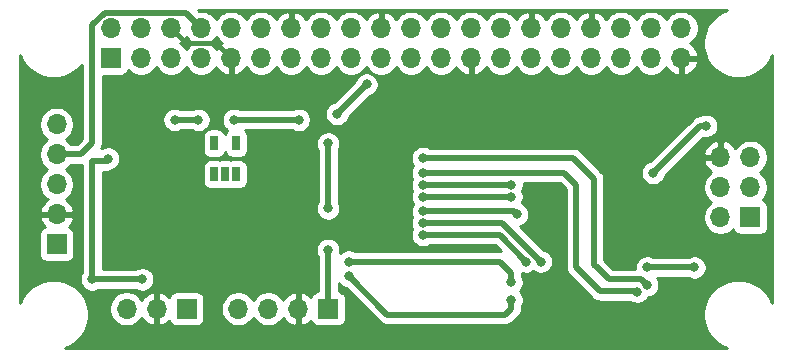
<source format=gbr>
%TF.GenerationSoftware,KiCad,Pcbnew,(5.1.9)-1*%
%TF.CreationDate,2021-04-12T22:32:52+10:00*%
%TF.ProjectId,FlightBridgePCB,466c6967-6874-4427-9269-646765504342,rev?*%
%TF.SameCoordinates,Original*%
%TF.FileFunction,Copper,L2,Bot*%
%TF.FilePolarity,Positive*%
%FSLAX46Y46*%
G04 Gerber Fmt 4.6, Leading zero omitted, Abs format (unit mm)*
G04 Created by KiCad (PCBNEW (5.1.9)-1) date 2021-04-12 22:32:52*
%MOMM*%
%LPD*%
G01*
G04 APERTURE LIST*
%TA.AperFunction,SMDPad,CuDef*%
%ADD10R,0.650000X1.220000*%
%TD*%
%TA.AperFunction,ComponentPad*%
%ADD11O,1.700000X1.700000*%
%TD*%
%TA.AperFunction,ComponentPad*%
%ADD12R,1.700000X1.700000*%
%TD*%
%TA.AperFunction,ViaPad*%
%ADD13C,0.800000*%
%TD*%
%TA.AperFunction,Conductor*%
%ADD14C,0.381000*%
%TD*%
%TA.AperFunction,Conductor*%
%ADD15C,0.508000*%
%TD*%
%TA.AperFunction,Conductor*%
%ADD16C,0.254000*%
%TD*%
%TA.AperFunction,Conductor*%
%ADD17C,0.100000*%
%TD*%
G04 APERTURE END LIST*
D10*
%TO.P,U2,5*%
%TO.N,Net-(U2-Pad5)*%
X129220000Y-79970000D03*
%TO.P,U2,4*%
%TO.N,Net-(U2-Pad4)*%
X127320000Y-79970000D03*
%TO.P,U2,3*%
%TO.N,Net-(U2-Pad3)*%
X127320000Y-82590000D03*
%TO.P,U2,2*%
%TO.N,Net-(U2-Pad2)*%
X128270000Y-82590000D03*
%TO.P,U2,1*%
%TO.N,Net-(U2-Pad1)*%
X129220000Y-82590000D03*
%TD*%
D11*
%TO.P,J4,3*%
%TO.N,UART_TELEM_EXT*%
X119920000Y-94000000D03*
%TO.P,J4,2*%
%TO.N,GND*%
X122460000Y-94000000D03*
D12*
%TO.P,J4,1*%
%TO.N,+5V*%
X125000000Y-94000000D03*
%TD*%
D11*
%TO.P,J2,6*%
%TO.N,GND*%
X170210000Y-81170000D03*
%TO.P,J2,5*%
%TO.N,~RST~*%
X172750000Y-81170000D03*
%TO.P,J2,4*%
%TO.N,MOSI*%
X170210000Y-83710000D03*
%TO.P,J2,3*%
%TO.N,SCK*%
X172750000Y-83710000D03*
%TO.P,J2,2*%
%TO.N,+3V3*%
X170210000Y-86250000D03*
D12*
%TO.P,J2,1*%
%TO.N,MISO*%
X172750000Y-86250000D03*
%TD*%
D11*
%TO.P,J5,4*%
%TO.N,AUX2*%
X129380000Y-94000000D03*
%TO.P,J5,3*%
%TO.N,AUX1*%
X131920000Y-94000000D03*
%TO.P,J5,2*%
%TO.N,GND*%
X134460000Y-94000000D03*
D12*
%TO.P,J5,1*%
%TO.N,+3V3*%
X137000000Y-94000000D03*
%TD*%
D11*
%TO.P,J3,5*%
%TO.N,UART_RESET*%
X114000000Y-78380000D03*
%TO.P,J3,4*%
%TO.N,UART_SBUS*%
X114000000Y-80920000D03*
%TO.P,J3,3*%
%TO.N,UART_TELEM_FC*%
X114000000Y-83460000D03*
%TO.P,J3,2*%
%TO.N,GND*%
X114000000Y-86000000D03*
D12*
%TO.P,J3,1*%
%TO.N,+5V*%
X114000000Y-88540000D03*
%TD*%
D11*
%TO.P,J1,40*%
%TO.N,Net-(J1-Pad40)*%
X166878000Y-70234000D03*
%TO.P,J1,39*%
%TO.N,GND*%
X166878000Y-72774000D03*
%TO.P,J1,38*%
%TO.N,Net-(J1-Pad38)*%
X164338000Y-70234000D03*
%TO.P,J1,37*%
%TO.N,Net-(J1-Pad37)*%
X164338000Y-72774000D03*
%TO.P,J1,36*%
%TO.N,Net-(J1-Pad36)*%
X161798000Y-70234000D03*
%TO.P,J1,35*%
%TO.N,Net-(J1-Pad35)*%
X161798000Y-72774000D03*
%TO.P,J1,34*%
%TO.N,GND*%
X159258000Y-70234000D03*
%TO.P,J1,33*%
%TO.N,Net-(J1-Pad33)*%
X159258000Y-72774000D03*
%TO.P,J1,32*%
%TO.N,Net-(J1-Pad32)*%
X156718000Y-70234000D03*
%TO.P,J1,31*%
%TO.N,Net-(J1-Pad31)*%
X156718000Y-72774000D03*
%TO.P,J1,30*%
%TO.N,GND*%
X154178000Y-70234000D03*
%TO.P,J1,29*%
%TO.N,Net-(J1-Pad29)*%
X154178000Y-72774000D03*
%TO.P,J1,28*%
%TO.N,Net-(J1-Pad28)*%
X151638000Y-70234000D03*
%TO.P,J1,27*%
%TO.N,Net-(J1-Pad27)*%
X151638000Y-72774000D03*
%TO.P,J1,26*%
%TO.N,Net-(J1-Pad26)*%
X149098000Y-70234000D03*
%TO.P,J1,25*%
%TO.N,GND*%
X149098000Y-72774000D03*
%TO.P,J1,24*%
%TO.N,Net-(J1-Pad24)*%
X146558000Y-70234000D03*
%TO.P,J1,23*%
%TO.N,Net-(J1-Pad23)*%
X146558000Y-72774000D03*
%TO.P,J1,22*%
%TO.N,Net-(J1-Pad22)*%
X144018000Y-70234000D03*
%TO.P,J1,21*%
%TO.N,Net-(J1-Pad21)*%
X144018000Y-72774000D03*
%TO.P,J1,20*%
%TO.N,GND*%
X141478000Y-70234000D03*
%TO.P,J1,19*%
%TO.N,Net-(J1-Pad19)*%
X141478000Y-72774000D03*
%TO.P,J1,18*%
%TO.N,Net-(J1-Pad18)*%
X138938000Y-70234000D03*
%TO.P,J1,17*%
%TO.N,+3V3*%
X138938000Y-72774000D03*
%TO.P,J1,16*%
%TO.N,SUPERVISOR_RESET*%
X136398000Y-70234000D03*
%TO.P,J1,15*%
%TO.N,ABORT*%
X136398000Y-72774000D03*
%TO.P,J1,14*%
%TO.N,GND*%
X133858000Y-70234000D03*
%TO.P,J1,13*%
%TO.N,Net-(J1-Pad13)*%
X133858000Y-72774000D03*
%TO.P,J1,12*%
%TO.N,Net-(J1-Pad12)*%
X131318000Y-70234000D03*
%TO.P,J1,11*%
%TO.N,Net-(J1-Pad11)*%
X131318000Y-72774000D03*
%TO.P,J1,10*%
%TO.N,UART_TELEM_PI*%
X128778000Y-70234000D03*
%TO.P,J1,9*%
%TO.N,GND*%
X128778000Y-72774000D03*
%TO.P,J1,8*%
%TO.N,UART_SBUS*%
X126238000Y-70234000D03*
%TO.P,J1,7*%
%TO.N,Net-(J1-Pad7)*%
X126238000Y-72774000D03*
%TO.P,J1,6*%
%TO.N,GND*%
X123698000Y-70234000D03*
%TO.P,J1,5*%
%TO.N,Net-(J1-Pad5)*%
X123698000Y-72774000D03*
%TO.P,J1,4*%
%TO.N,+5V*%
X121158000Y-70234000D03*
%TO.P,J1,3*%
%TO.N,Net-(J1-Pad3)*%
X121158000Y-72774000D03*
%TO.P,J1,2*%
%TO.N,+5V*%
X118618000Y-70234000D03*
D12*
%TO.P,J1,1*%
%TO.N,+3V3*%
X118618000Y-72774000D03*
%TD*%
D13*
%TO.N,GND*%
X162500000Y-94750000D03*
X155956671Y-94913342D03*
X139000000Y-95500000D03*
X160250000Y-82250000D03*
%TO.N,+3V3*%
X168000000Y-90500000D03*
X164000000Y-90500000D03*
X137000000Y-89000000D03*
X137000000Y-85500000D03*
X137000000Y-80000000D03*
X164500000Y-82500000D03*
X169000000Y-78500000D03*
X124000000Y-78000000D03*
X126000000Y-78000000D03*
X129000000Y-78000000D03*
X134500000Y-78000000D03*
X140250000Y-75000000D03*
X137750000Y-77500000D03*
X153000000Y-86000000D03*
X145000000Y-85749994D03*
%TO.N,+5V*%
X117000000Y-91500000D03*
X121250000Y-91500000D03*
X118364000Y-81280000D03*
%TO.N,UART_TELEM_PI*%
X164000000Y-92000000D03*
X145000000Y-81250000D03*
%TO.N,UART_SBUS*%
X163167948Y-92554701D03*
X145000000Y-82500000D03*
%TO.N,UART_RESET*%
X152500000Y-83500000D03*
X145000000Y-83500000D03*
%TO.N,A*%
X155000000Y-90000000D03*
X145000000Y-86749997D03*
%TO.N,R*%
X153750000Y-90000000D03*
X145000000Y-87750000D03*
%TO.N,UART_TELEM*%
X152500000Y-84500000D03*
X145000000Y-84500000D03*
%TO.N,AUX2*%
X152500000Y-91750000D03*
X138750000Y-90000000D03*
%TO.N,AUX1*%
X152500000Y-93250000D03*
X138750000Y-91250000D03*
%TD*%
D14*
%TO.N,GND*%
X128778000Y-72774000D02*
X127504000Y-71500000D01*
X124964000Y-71500000D02*
X123698000Y-70234000D01*
X127504000Y-71500000D02*
X124964000Y-71500000D01*
D15*
%TO.N,+3V3*%
X168000000Y-90500000D02*
X164000000Y-90500000D01*
X137000000Y-92250000D02*
X137000000Y-89000000D01*
X137000000Y-85500000D02*
X137000000Y-80000000D01*
X168500000Y-78500000D02*
X169000000Y-78500000D01*
X164500000Y-82500000D02*
X168500000Y-78500000D01*
X124000000Y-78000000D02*
X126000000Y-78000000D01*
X129000000Y-78000000D02*
X134500000Y-78000000D01*
X140250000Y-75000000D02*
X137750000Y-77500000D01*
X152749994Y-85749994D02*
X145000000Y-85749994D01*
X153000000Y-86000000D02*
X152749994Y-85749994D01*
X137000000Y-92250000D02*
X137000000Y-94000000D01*
%TO.N,+5V*%
X117000000Y-91500000D02*
X121250000Y-91500000D01*
X117000000Y-91500000D02*
X117000000Y-81500000D01*
X118144000Y-81500000D02*
X118364000Y-81280000D01*
X117000000Y-81500000D02*
X118144000Y-81500000D01*
%TO.N,UART_TELEM_PI*%
X164000000Y-92000000D02*
X163500000Y-91500000D01*
X163500000Y-91500000D02*
X160750000Y-91500000D01*
X160750000Y-91500000D02*
X159750000Y-90500000D01*
X159750000Y-90500000D02*
X159500000Y-90250000D01*
X159500000Y-90250000D02*
X159500000Y-83000000D01*
X159500000Y-83000000D02*
X158250000Y-81750000D01*
X157750000Y-81250000D02*
X145000000Y-81250000D01*
X158250000Y-81750000D02*
X157750000Y-81250000D01*
%TO.N,UART_SBUS*%
X124933999Y-68929999D02*
X118070001Y-68929999D01*
X126238000Y-70234000D02*
X124933999Y-68929999D01*
X118070001Y-68929999D02*
X117000000Y-70000000D01*
X117000000Y-70000000D02*
X117000000Y-80000000D01*
X116080000Y-80920000D02*
X114000000Y-80920000D01*
X117000000Y-80000000D02*
X116080000Y-80920000D01*
X163250000Y-92500000D02*
X160000000Y-92500000D01*
X160000000Y-92500000D02*
X158000000Y-90500000D01*
X158000000Y-90500000D02*
X158000000Y-83500000D01*
X158000000Y-83500000D02*
X157250000Y-82750000D01*
X157250000Y-82750000D02*
X157000000Y-82500000D01*
X157000000Y-82500000D02*
X145000000Y-82500000D01*
%TO.N,UART_RESET*%
X147500000Y-83500000D02*
X152500000Y-83500000D01*
X147500000Y-83500000D02*
X146250000Y-83500000D01*
X146250000Y-83500000D02*
X145000000Y-83500000D01*
%TO.N,A*%
X151749997Y-86749997D02*
X145000000Y-86749997D01*
X155000000Y-90000000D02*
X151749997Y-86749997D01*
%TO.N,R*%
X153750000Y-90000000D02*
X151500000Y-87750000D01*
X151500000Y-87750000D02*
X145000000Y-87750000D01*
%TO.N,UART_TELEM*%
X147500000Y-84500000D02*
X152500000Y-84500000D01*
X147500000Y-84500000D02*
X146250000Y-84500000D01*
X146250000Y-84500000D02*
X145000000Y-84500000D01*
%TO.N,AUX2*%
X152500000Y-91750000D02*
X152500000Y-91000000D01*
X152500000Y-91000000D02*
X151500000Y-90000000D01*
X151500000Y-90000000D02*
X138750000Y-90000000D01*
%TO.N,AUX1*%
X152500000Y-93250000D02*
X152500000Y-94000000D01*
X152500000Y-94000000D02*
X152000000Y-94500000D01*
X142000000Y-94500000D02*
X138750000Y-91250000D01*
X152000000Y-94500000D02*
X142000000Y-94500000D01*
%TD*%
D16*
%TO.N,GND*%
X170337862Y-68865817D02*
X169850273Y-69191613D01*
X169435613Y-69606273D01*
X169109817Y-70093862D01*
X168885405Y-70635641D01*
X168771000Y-71210791D01*
X168771000Y-71797209D01*
X168885405Y-72372359D01*
X169109817Y-72914138D01*
X169435613Y-73401727D01*
X169850273Y-73816387D01*
X170337862Y-74142183D01*
X170879641Y-74366595D01*
X171454791Y-74481000D01*
X172041209Y-74481000D01*
X172616359Y-74366595D01*
X173158138Y-74142183D01*
X173645727Y-73816387D01*
X174060387Y-73401727D01*
X174386183Y-72914138D01*
X174563000Y-72487264D01*
X174563001Y-93516739D01*
X174386183Y-93089862D01*
X174060387Y-92602273D01*
X173645727Y-92187613D01*
X173158138Y-91861817D01*
X172616359Y-91637405D01*
X172041209Y-91523000D01*
X171454791Y-91523000D01*
X170879641Y-91637405D01*
X170337862Y-91861817D01*
X169850273Y-92187613D01*
X169435613Y-92602273D01*
X169109817Y-93089862D01*
X168885405Y-93631641D01*
X168771000Y-94206791D01*
X168771000Y-94793209D01*
X168885405Y-95368359D01*
X169109817Y-95910138D01*
X169435613Y-96397727D01*
X169850273Y-96812387D01*
X170337862Y-97138183D01*
X170764736Y-97315000D01*
X114731264Y-97315000D01*
X115158138Y-97138183D01*
X115645727Y-96812387D01*
X116060387Y-96397727D01*
X116386183Y-95910138D01*
X116610595Y-95368359D01*
X116725000Y-94793209D01*
X116725000Y-94206791D01*
X116654774Y-93853740D01*
X118435000Y-93853740D01*
X118435000Y-94146260D01*
X118492068Y-94433158D01*
X118604010Y-94703411D01*
X118766525Y-94946632D01*
X118973368Y-95153475D01*
X119216589Y-95315990D01*
X119486842Y-95427932D01*
X119773740Y-95485000D01*
X120066260Y-95485000D01*
X120353158Y-95427932D01*
X120623411Y-95315990D01*
X120866632Y-95153475D01*
X121073475Y-94946632D01*
X121195195Y-94764466D01*
X121264822Y-94881355D01*
X121459731Y-95097588D01*
X121693080Y-95271641D01*
X121955901Y-95396825D01*
X122103110Y-95441476D01*
X122333000Y-95320155D01*
X122333000Y-94127000D01*
X122313000Y-94127000D01*
X122313000Y-93873000D01*
X122333000Y-93873000D01*
X122333000Y-92679845D01*
X122587000Y-92679845D01*
X122587000Y-93873000D01*
X122607000Y-93873000D01*
X122607000Y-94127000D01*
X122587000Y-94127000D01*
X122587000Y-95320155D01*
X122816890Y-95441476D01*
X122964099Y-95396825D01*
X123226920Y-95271641D01*
X123460269Y-95097588D01*
X123536034Y-95013534D01*
X123560498Y-95094180D01*
X123619463Y-95204494D01*
X123698815Y-95301185D01*
X123795506Y-95380537D01*
X123905820Y-95439502D01*
X124025518Y-95475812D01*
X124150000Y-95488072D01*
X125850000Y-95488072D01*
X125974482Y-95475812D01*
X126094180Y-95439502D01*
X126204494Y-95380537D01*
X126301185Y-95301185D01*
X126380537Y-95204494D01*
X126439502Y-95094180D01*
X126475812Y-94974482D01*
X126488072Y-94850000D01*
X126488072Y-93853740D01*
X127895000Y-93853740D01*
X127895000Y-94146260D01*
X127952068Y-94433158D01*
X128064010Y-94703411D01*
X128226525Y-94946632D01*
X128433368Y-95153475D01*
X128676589Y-95315990D01*
X128946842Y-95427932D01*
X129233740Y-95485000D01*
X129526260Y-95485000D01*
X129813158Y-95427932D01*
X130083411Y-95315990D01*
X130326632Y-95153475D01*
X130533475Y-94946632D01*
X130650000Y-94772240D01*
X130766525Y-94946632D01*
X130973368Y-95153475D01*
X131216589Y-95315990D01*
X131486842Y-95427932D01*
X131773740Y-95485000D01*
X132066260Y-95485000D01*
X132353158Y-95427932D01*
X132623411Y-95315990D01*
X132866632Y-95153475D01*
X133073475Y-94946632D01*
X133195195Y-94764466D01*
X133264822Y-94881355D01*
X133459731Y-95097588D01*
X133693080Y-95271641D01*
X133955901Y-95396825D01*
X134103110Y-95441476D01*
X134333000Y-95320155D01*
X134333000Y-94127000D01*
X134313000Y-94127000D01*
X134313000Y-93873000D01*
X134333000Y-93873000D01*
X134333000Y-92679845D01*
X134587000Y-92679845D01*
X134587000Y-93873000D01*
X134607000Y-93873000D01*
X134607000Y-94127000D01*
X134587000Y-94127000D01*
X134587000Y-95320155D01*
X134816890Y-95441476D01*
X134964099Y-95396825D01*
X135226920Y-95271641D01*
X135460269Y-95097588D01*
X135536034Y-95013534D01*
X135560498Y-95094180D01*
X135619463Y-95204494D01*
X135698815Y-95301185D01*
X135795506Y-95380537D01*
X135905820Y-95439502D01*
X136025518Y-95475812D01*
X136150000Y-95488072D01*
X137850000Y-95488072D01*
X137974482Y-95475812D01*
X138094180Y-95439502D01*
X138204494Y-95380537D01*
X138301185Y-95301185D01*
X138380537Y-95204494D01*
X138439502Y-95094180D01*
X138475812Y-94974482D01*
X138488072Y-94850000D01*
X138488072Y-93150000D01*
X138475812Y-93025518D01*
X138439502Y-92905820D01*
X138380537Y-92795506D01*
X138301185Y-92698815D01*
X138204494Y-92619463D01*
X138094180Y-92560498D01*
X137974482Y-92524188D01*
X137889000Y-92515769D01*
X137889000Y-91824373D01*
X137946063Y-91909774D01*
X138090226Y-92053937D01*
X138259744Y-92167205D01*
X138448102Y-92245226D01*
X138497895Y-92255130D01*
X141340506Y-95097742D01*
X141368341Y-95131659D01*
X141503709Y-95242753D01*
X141658149Y-95325303D01*
X141709237Y-95340800D01*
X141825724Y-95376136D01*
X141858924Y-95379406D01*
X141956333Y-95389000D01*
X141956339Y-95389000D01*
X141999999Y-95393300D01*
X142043659Y-95389000D01*
X151956340Y-95389000D01*
X152000000Y-95393300D01*
X152043660Y-95389000D01*
X152043667Y-95389000D01*
X152174274Y-95376136D01*
X152341851Y-95325303D01*
X152496291Y-95242753D01*
X152631659Y-95131659D01*
X152659499Y-95097736D01*
X153097736Y-94659499D01*
X153131659Y-94631659D01*
X153242753Y-94496291D01*
X153325303Y-94341851D01*
X153376136Y-94174274D01*
X153389000Y-94043667D01*
X153389000Y-94043660D01*
X153393300Y-94000000D01*
X153389000Y-93956340D01*
X153389000Y-93782468D01*
X153417205Y-93740256D01*
X153495226Y-93551898D01*
X153535000Y-93351939D01*
X153535000Y-93148061D01*
X153495226Y-92948102D01*
X153417205Y-92759744D01*
X153303937Y-92590226D01*
X153213711Y-92500000D01*
X153303937Y-92409774D01*
X153417205Y-92240256D01*
X153495226Y-92051898D01*
X153535000Y-91851939D01*
X153535000Y-91648061D01*
X153495226Y-91448102D01*
X153417205Y-91259744D01*
X153389000Y-91217532D01*
X153389000Y-91043668D01*
X153393301Y-91000000D01*
X153390480Y-90971358D01*
X153448102Y-90995226D01*
X153648061Y-91035000D01*
X153851939Y-91035000D01*
X154051898Y-90995226D01*
X154240256Y-90917205D01*
X154375000Y-90827172D01*
X154509744Y-90917205D01*
X154698102Y-90995226D01*
X154898061Y-91035000D01*
X155101939Y-91035000D01*
X155301898Y-90995226D01*
X155490256Y-90917205D01*
X155659774Y-90803937D01*
X155803937Y-90659774D01*
X155917205Y-90490256D01*
X155995226Y-90301898D01*
X156035000Y-90101939D01*
X156035000Y-89898061D01*
X155995226Y-89698102D01*
X155917205Y-89509744D01*
X155803937Y-89340226D01*
X155659774Y-89196063D01*
X155490256Y-89082795D01*
X155301898Y-89004774D01*
X155252105Y-88994870D01*
X153260663Y-87003428D01*
X153301898Y-86995226D01*
X153490256Y-86917205D01*
X153659774Y-86803937D01*
X153803937Y-86659774D01*
X153917205Y-86490256D01*
X153995226Y-86301898D01*
X154035000Y-86101939D01*
X154035000Y-85898061D01*
X153995226Y-85698102D01*
X153917205Y-85509744D01*
X153803937Y-85340226D01*
X153659774Y-85196063D01*
X153490256Y-85082795D01*
X153384612Y-85039035D01*
X153417205Y-84990256D01*
X153495226Y-84801898D01*
X153535000Y-84601939D01*
X153535000Y-84398061D01*
X153495226Y-84198102D01*
X153417205Y-84009744D01*
X153410694Y-84000000D01*
X153417205Y-83990256D01*
X153495226Y-83801898D01*
X153535000Y-83601939D01*
X153535000Y-83398061D01*
X153533198Y-83389000D01*
X156631765Y-83389000D01*
X157111001Y-83868237D01*
X157111000Y-90456340D01*
X157106700Y-90500000D01*
X157111000Y-90543660D01*
X157111000Y-90543666D01*
X157117632Y-90611000D01*
X157123864Y-90674274D01*
X157123993Y-90674698D01*
X157174697Y-90841850D01*
X157257247Y-90996290D01*
X157368341Y-91131659D01*
X157402264Y-91159499D01*
X159340506Y-93097742D01*
X159368341Y-93131659D01*
X159503709Y-93242753D01*
X159658149Y-93325303D01*
X159724058Y-93345296D01*
X159825724Y-93376136D01*
X159858924Y-93379406D01*
X159956333Y-93389000D01*
X159956339Y-93389000D01*
X159999999Y-93393300D01*
X160043659Y-93389000D01*
X162553614Y-93389000D01*
X162677692Y-93471906D01*
X162866050Y-93549927D01*
X163066009Y-93589701D01*
X163269887Y-93589701D01*
X163469846Y-93549927D01*
X163658204Y-93471906D01*
X163827722Y-93358638D01*
X163971885Y-93214475D01*
X164085153Y-93044957D01*
X164089277Y-93035000D01*
X164101939Y-93035000D01*
X164301898Y-92995226D01*
X164490256Y-92917205D01*
X164659774Y-92803937D01*
X164803937Y-92659774D01*
X164917205Y-92490256D01*
X164995226Y-92301898D01*
X165035000Y-92101939D01*
X165035000Y-91898061D01*
X164995226Y-91698102D01*
X164917205Y-91509744D01*
X164836527Y-91389000D01*
X167467532Y-91389000D01*
X167509744Y-91417205D01*
X167698102Y-91495226D01*
X167898061Y-91535000D01*
X168101939Y-91535000D01*
X168301898Y-91495226D01*
X168490256Y-91417205D01*
X168659774Y-91303937D01*
X168803937Y-91159774D01*
X168917205Y-90990256D01*
X168995226Y-90801898D01*
X169035000Y-90601939D01*
X169035000Y-90398061D01*
X168995226Y-90198102D01*
X168917205Y-90009744D01*
X168803937Y-89840226D01*
X168659774Y-89696063D01*
X168490256Y-89582795D01*
X168301898Y-89504774D01*
X168101939Y-89465000D01*
X167898061Y-89465000D01*
X167698102Y-89504774D01*
X167509744Y-89582795D01*
X167467532Y-89611000D01*
X164532468Y-89611000D01*
X164490256Y-89582795D01*
X164301898Y-89504774D01*
X164101939Y-89465000D01*
X163898061Y-89465000D01*
X163698102Y-89504774D01*
X163509744Y-89582795D01*
X163340226Y-89696063D01*
X163196063Y-89840226D01*
X163082795Y-90009744D01*
X163004774Y-90198102D01*
X162965000Y-90398061D01*
X162965000Y-90601939D01*
X162966802Y-90611000D01*
X161118236Y-90611000D01*
X160389000Y-89881765D01*
X160389000Y-83563740D01*
X168725000Y-83563740D01*
X168725000Y-83856260D01*
X168782068Y-84143158D01*
X168894010Y-84413411D01*
X169056525Y-84656632D01*
X169263368Y-84863475D01*
X169437760Y-84980000D01*
X169263368Y-85096525D01*
X169056525Y-85303368D01*
X168894010Y-85546589D01*
X168782068Y-85816842D01*
X168725000Y-86103740D01*
X168725000Y-86396260D01*
X168782068Y-86683158D01*
X168894010Y-86953411D01*
X169056525Y-87196632D01*
X169263368Y-87403475D01*
X169506589Y-87565990D01*
X169776842Y-87677932D01*
X170063740Y-87735000D01*
X170356260Y-87735000D01*
X170643158Y-87677932D01*
X170913411Y-87565990D01*
X171156632Y-87403475D01*
X171288487Y-87271620D01*
X171310498Y-87344180D01*
X171369463Y-87454494D01*
X171448815Y-87551185D01*
X171545506Y-87630537D01*
X171655820Y-87689502D01*
X171775518Y-87725812D01*
X171900000Y-87738072D01*
X173600000Y-87738072D01*
X173724482Y-87725812D01*
X173844180Y-87689502D01*
X173954494Y-87630537D01*
X174051185Y-87551185D01*
X174130537Y-87454494D01*
X174189502Y-87344180D01*
X174225812Y-87224482D01*
X174238072Y-87100000D01*
X174238072Y-85400000D01*
X174225812Y-85275518D01*
X174189502Y-85155820D01*
X174130537Y-85045506D01*
X174051185Y-84948815D01*
X173954494Y-84869463D01*
X173844180Y-84810498D01*
X173771620Y-84788487D01*
X173903475Y-84656632D01*
X174065990Y-84413411D01*
X174177932Y-84143158D01*
X174235000Y-83856260D01*
X174235000Y-83563740D01*
X174177932Y-83276842D01*
X174065990Y-83006589D01*
X173903475Y-82763368D01*
X173696632Y-82556525D01*
X173522240Y-82440000D01*
X173696632Y-82323475D01*
X173903475Y-82116632D01*
X174065990Y-81873411D01*
X174177932Y-81603158D01*
X174235000Y-81316260D01*
X174235000Y-81023740D01*
X174177932Y-80736842D01*
X174065990Y-80466589D01*
X173903475Y-80223368D01*
X173696632Y-80016525D01*
X173453411Y-79854010D01*
X173183158Y-79742068D01*
X172896260Y-79685000D01*
X172603740Y-79685000D01*
X172316842Y-79742068D01*
X172046589Y-79854010D01*
X171803368Y-80016525D01*
X171596525Y-80223368D01*
X171478900Y-80399406D01*
X171307588Y-80169731D01*
X171091355Y-79974822D01*
X170841252Y-79825843D01*
X170566891Y-79728519D01*
X170337000Y-79849186D01*
X170337000Y-81043000D01*
X170357000Y-81043000D01*
X170357000Y-81297000D01*
X170337000Y-81297000D01*
X170337000Y-81317000D01*
X170083000Y-81317000D01*
X170083000Y-81297000D01*
X168889845Y-81297000D01*
X168768524Y-81526890D01*
X168813175Y-81674099D01*
X168938359Y-81936920D01*
X169112412Y-82170269D01*
X169328645Y-82365178D01*
X169445534Y-82434805D01*
X169263368Y-82556525D01*
X169056525Y-82763368D01*
X168894010Y-83006589D01*
X168782068Y-83276842D01*
X168725000Y-83563740D01*
X160389000Y-83563740D01*
X160389000Y-83043660D01*
X160393300Y-83000000D01*
X160389000Y-82956340D01*
X160389000Y-82956333D01*
X160376136Y-82825726D01*
X160325303Y-82658149D01*
X160242753Y-82503709D01*
X160156050Y-82398061D01*
X163465000Y-82398061D01*
X163465000Y-82601939D01*
X163504774Y-82801898D01*
X163582795Y-82990256D01*
X163696063Y-83159774D01*
X163840226Y-83303937D01*
X164009744Y-83417205D01*
X164198102Y-83495226D01*
X164398061Y-83535000D01*
X164601939Y-83535000D01*
X164801898Y-83495226D01*
X164990256Y-83417205D01*
X165159774Y-83303937D01*
X165303937Y-83159774D01*
X165417205Y-82990256D01*
X165495226Y-82801898D01*
X165505130Y-82752105D01*
X167444125Y-80813110D01*
X168768524Y-80813110D01*
X168889845Y-81043000D01*
X170083000Y-81043000D01*
X170083000Y-79849186D01*
X169853109Y-79728519D01*
X169578748Y-79825843D01*
X169328645Y-79974822D01*
X169112412Y-80169731D01*
X168938359Y-80403080D01*
X168813175Y-80665901D01*
X168768524Y-80813110D01*
X167444125Y-80813110D01*
X168751406Y-79505829D01*
X168898061Y-79535000D01*
X169101939Y-79535000D01*
X169301898Y-79495226D01*
X169490256Y-79417205D01*
X169659774Y-79303937D01*
X169803937Y-79159774D01*
X169917205Y-78990256D01*
X169995226Y-78801898D01*
X170035000Y-78601939D01*
X170035000Y-78398061D01*
X169995226Y-78198102D01*
X169917205Y-78009744D01*
X169803937Y-77840226D01*
X169659774Y-77696063D01*
X169490256Y-77582795D01*
X169301898Y-77504774D01*
X169101939Y-77465000D01*
X168898061Y-77465000D01*
X168698102Y-77504774D01*
X168509744Y-77582795D01*
X168469467Y-77609707D01*
X168456339Y-77611000D01*
X168456333Y-77611000D01*
X168358924Y-77620594D01*
X168325724Y-77623864D01*
X168224058Y-77654704D01*
X168158149Y-77674697D01*
X168003709Y-77757247D01*
X167868341Y-77868341D01*
X167840501Y-77902264D01*
X164247895Y-81494870D01*
X164198102Y-81504774D01*
X164009744Y-81582795D01*
X163840226Y-81696063D01*
X163696063Y-81840226D01*
X163582795Y-82009744D01*
X163504774Y-82198102D01*
X163465000Y-82398061D01*
X160156050Y-82398061D01*
X160131659Y-82368341D01*
X160097741Y-82340505D01*
X158847740Y-81090505D01*
X158409499Y-80652264D01*
X158381659Y-80618341D01*
X158246291Y-80507247D01*
X158091851Y-80424697D01*
X157924274Y-80373864D01*
X157793667Y-80361000D01*
X157793660Y-80361000D01*
X157750000Y-80356700D01*
X157706340Y-80361000D01*
X145532468Y-80361000D01*
X145490256Y-80332795D01*
X145301898Y-80254774D01*
X145101939Y-80215000D01*
X144898061Y-80215000D01*
X144698102Y-80254774D01*
X144509744Y-80332795D01*
X144340226Y-80446063D01*
X144196063Y-80590226D01*
X144082795Y-80759744D01*
X144004774Y-80948102D01*
X143965000Y-81148061D01*
X143965000Y-81351939D01*
X144004774Y-81551898D01*
X144082795Y-81740256D01*
X144172828Y-81875000D01*
X144082795Y-82009744D01*
X144004774Y-82198102D01*
X143965000Y-82398061D01*
X143965000Y-82601939D01*
X144004774Y-82801898D01*
X144082795Y-82990256D01*
X144089306Y-83000000D01*
X144082795Y-83009744D01*
X144004774Y-83198102D01*
X143965000Y-83398061D01*
X143965000Y-83601939D01*
X144004774Y-83801898D01*
X144082795Y-83990256D01*
X144089306Y-84000000D01*
X144082795Y-84009744D01*
X144004774Y-84198102D01*
X143965000Y-84398061D01*
X143965000Y-84601939D01*
X144004774Y-84801898D01*
X144082795Y-84990256D01*
X144172826Y-85124997D01*
X144082795Y-85259738D01*
X144004774Y-85448096D01*
X143965000Y-85648055D01*
X143965000Y-85851933D01*
X144004774Y-86051892D01*
X144082795Y-86240250D01*
X144089307Y-86249996D01*
X144082795Y-86259741D01*
X144004774Y-86448099D01*
X143965000Y-86648058D01*
X143965000Y-86851936D01*
X144004774Y-87051895D01*
X144082795Y-87240253D01*
X144089307Y-87249998D01*
X144082795Y-87259744D01*
X144004774Y-87448102D01*
X143965000Y-87648061D01*
X143965000Y-87851939D01*
X144004774Y-88051898D01*
X144082795Y-88240256D01*
X144196063Y-88409774D01*
X144340226Y-88553937D01*
X144509744Y-88667205D01*
X144698102Y-88745226D01*
X144898061Y-88785000D01*
X145101939Y-88785000D01*
X145301898Y-88745226D01*
X145490256Y-88667205D01*
X145532468Y-88639000D01*
X151131765Y-88639000D01*
X151610331Y-89117566D01*
X151543667Y-89111000D01*
X151543660Y-89111000D01*
X151500000Y-89106700D01*
X151456340Y-89111000D01*
X139282468Y-89111000D01*
X139240256Y-89082795D01*
X139051898Y-89004774D01*
X138851939Y-88965000D01*
X138648061Y-88965000D01*
X138448102Y-89004774D01*
X138259744Y-89082795D01*
X138090226Y-89196063D01*
X137997916Y-89288373D01*
X138035000Y-89101939D01*
X138035000Y-88898061D01*
X137995226Y-88698102D01*
X137917205Y-88509744D01*
X137803937Y-88340226D01*
X137659774Y-88196063D01*
X137490256Y-88082795D01*
X137301898Y-88004774D01*
X137101939Y-87965000D01*
X136898061Y-87965000D01*
X136698102Y-88004774D01*
X136509744Y-88082795D01*
X136340226Y-88196063D01*
X136196063Y-88340226D01*
X136082795Y-88509744D01*
X136004774Y-88698102D01*
X135965000Y-88898061D01*
X135965000Y-89101939D01*
X136004774Y-89301898D01*
X136082795Y-89490256D01*
X136111001Y-89532469D01*
X136111000Y-92206333D01*
X136111000Y-92515769D01*
X136025518Y-92524188D01*
X135905820Y-92560498D01*
X135795506Y-92619463D01*
X135698815Y-92698815D01*
X135619463Y-92795506D01*
X135560498Y-92905820D01*
X135536034Y-92986466D01*
X135460269Y-92902412D01*
X135226920Y-92728359D01*
X134964099Y-92603175D01*
X134816890Y-92558524D01*
X134587000Y-92679845D01*
X134333000Y-92679845D01*
X134103110Y-92558524D01*
X133955901Y-92603175D01*
X133693080Y-92728359D01*
X133459731Y-92902412D01*
X133264822Y-93118645D01*
X133195195Y-93235534D01*
X133073475Y-93053368D01*
X132866632Y-92846525D01*
X132623411Y-92684010D01*
X132353158Y-92572068D01*
X132066260Y-92515000D01*
X131773740Y-92515000D01*
X131486842Y-92572068D01*
X131216589Y-92684010D01*
X130973368Y-92846525D01*
X130766525Y-93053368D01*
X130650000Y-93227760D01*
X130533475Y-93053368D01*
X130326632Y-92846525D01*
X130083411Y-92684010D01*
X129813158Y-92572068D01*
X129526260Y-92515000D01*
X129233740Y-92515000D01*
X128946842Y-92572068D01*
X128676589Y-92684010D01*
X128433368Y-92846525D01*
X128226525Y-93053368D01*
X128064010Y-93296589D01*
X127952068Y-93566842D01*
X127895000Y-93853740D01*
X126488072Y-93853740D01*
X126488072Y-93150000D01*
X126475812Y-93025518D01*
X126439502Y-92905820D01*
X126380537Y-92795506D01*
X126301185Y-92698815D01*
X126204494Y-92619463D01*
X126094180Y-92560498D01*
X125974482Y-92524188D01*
X125850000Y-92511928D01*
X124150000Y-92511928D01*
X124025518Y-92524188D01*
X123905820Y-92560498D01*
X123795506Y-92619463D01*
X123698815Y-92698815D01*
X123619463Y-92795506D01*
X123560498Y-92905820D01*
X123536034Y-92986466D01*
X123460269Y-92902412D01*
X123226920Y-92728359D01*
X122964099Y-92603175D01*
X122816890Y-92558524D01*
X122587000Y-92679845D01*
X122333000Y-92679845D01*
X122103110Y-92558524D01*
X121955901Y-92603175D01*
X121693080Y-92728359D01*
X121459731Y-92902412D01*
X121264822Y-93118645D01*
X121195195Y-93235534D01*
X121073475Y-93053368D01*
X120866632Y-92846525D01*
X120623411Y-92684010D01*
X120353158Y-92572068D01*
X120066260Y-92515000D01*
X119773740Y-92515000D01*
X119486842Y-92572068D01*
X119216589Y-92684010D01*
X118973368Y-92846525D01*
X118766525Y-93053368D01*
X118604010Y-93296589D01*
X118492068Y-93566842D01*
X118435000Y-93853740D01*
X116654774Y-93853740D01*
X116610595Y-93631641D01*
X116386183Y-93089862D01*
X116060387Y-92602273D01*
X115645727Y-92187613D01*
X115158138Y-91861817D01*
X114616359Y-91637405D01*
X114041209Y-91523000D01*
X113454791Y-91523000D01*
X112879641Y-91637405D01*
X112337862Y-91861817D01*
X111850273Y-92187613D01*
X111435613Y-92602273D01*
X111109817Y-93089862D01*
X110933000Y-93516736D01*
X110933000Y-87690000D01*
X112511928Y-87690000D01*
X112511928Y-89390000D01*
X112524188Y-89514482D01*
X112560498Y-89634180D01*
X112619463Y-89744494D01*
X112698815Y-89841185D01*
X112795506Y-89920537D01*
X112905820Y-89979502D01*
X113025518Y-90015812D01*
X113150000Y-90028072D01*
X114850000Y-90028072D01*
X114974482Y-90015812D01*
X115094180Y-89979502D01*
X115204494Y-89920537D01*
X115301185Y-89841185D01*
X115380537Y-89744494D01*
X115439502Y-89634180D01*
X115475812Y-89514482D01*
X115488072Y-89390000D01*
X115488072Y-87690000D01*
X115475812Y-87565518D01*
X115439502Y-87445820D01*
X115380537Y-87335506D01*
X115301185Y-87238815D01*
X115204494Y-87159463D01*
X115094180Y-87100498D01*
X115013534Y-87076034D01*
X115097588Y-87000269D01*
X115271641Y-86766920D01*
X115396825Y-86504099D01*
X115441476Y-86356890D01*
X115320155Y-86127000D01*
X114127000Y-86127000D01*
X114127000Y-86147000D01*
X113873000Y-86147000D01*
X113873000Y-86127000D01*
X112679845Y-86127000D01*
X112558524Y-86356890D01*
X112603175Y-86504099D01*
X112728359Y-86766920D01*
X112902412Y-87000269D01*
X112986466Y-87076034D01*
X112905820Y-87100498D01*
X112795506Y-87159463D01*
X112698815Y-87238815D01*
X112619463Y-87335506D01*
X112560498Y-87445820D01*
X112524188Y-87565518D01*
X112511928Y-87690000D01*
X110933000Y-87690000D01*
X110933000Y-72487264D01*
X111109817Y-72914138D01*
X111435613Y-73401727D01*
X111850273Y-73816387D01*
X112337862Y-74142183D01*
X112879641Y-74366595D01*
X113454791Y-74481000D01*
X114041209Y-74481000D01*
X114616359Y-74366595D01*
X115158138Y-74142183D01*
X115645727Y-73816387D01*
X116060387Y-73401727D01*
X116111000Y-73325979D01*
X116111001Y-79631763D01*
X115711765Y-80031000D01*
X115191983Y-80031000D01*
X115153475Y-79973368D01*
X114946632Y-79766525D01*
X114772240Y-79650000D01*
X114946632Y-79533475D01*
X115153475Y-79326632D01*
X115315990Y-79083411D01*
X115427932Y-78813158D01*
X115485000Y-78526260D01*
X115485000Y-78233740D01*
X115427932Y-77946842D01*
X115315990Y-77676589D01*
X115153475Y-77433368D01*
X114946632Y-77226525D01*
X114703411Y-77064010D01*
X114433158Y-76952068D01*
X114146260Y-76895000D01*
X113853740Y-76895000D01*
X113566842Y-76952068D01*
X113296589Y-77064010D01*
X113053368Y-77226525D01*
X112846525Y-77433368D01*
X112684010Y-77676589D01*
X112572068Y-77946842D01*
X112515000Y-78233740D01*
X112515000Y-78526260D01*
X112572068Y-78813158D01*
X112684010Y-79083411D01*
X112846525Y-79326632D01*
X113053368Y-79533475D01*
X113227760Y-79650000D01*
X113053368Y-79766525D01*
X112846525Y-79973368D01*
X112684010Y-80216589D01*
X112572068Y-80486842D01*
X112515000Y-80773740D01*
X112515000Y-81066260D01*
X112572068Y-81353158D01*
X112684010Y-81623411D01*
X112846525Y-81866632D01*
X113053368Y-82073475D01*
X113227760Y-82190000D01*
X113053368Y-82306525D01*
X112846525Y-82513368D01*
X112684010Y-82756589D01*
X112572068Y-83026842D01*
X112515000Y-83313740D01*
X112515000Y-83606260D01*
X112572068Y-83893158D01*
X112684010Y-84163411D01*
X112846525Y-84406632D01*
X113053368Y-84613475D01*
X113235534Y-84735195D01*
X113118645Y-84804822D01*
X112902412Y-84999731D01*
X112728359Y-85233080D01*
X112603175Y-85495901D01*
X112558524Y-85643110D01*
X112679845Y-85873000D01*
X113873000Y-85873000D01*
X113873000Y-85853000D01*
X114127000Y-85853000D01*
X114127000Y-85873000D01*
X115320155Y-85873000D01*
X115441476Y-85643110D01*
X115396825Y-85495901D01*
X115271641Y-85233080D01*
X115097588Y-84999731D01*
X114881355Y-84804822D01*
X114764466Y-84735195D01*
X114946632Y-84613475D01*
X115153475Y-84406632D01*
X115315990Y-84163411D01*
X115427932Y-83893158D01*
X115485000Y-83606260D01*
X115485000Y-83313740D01*
X115427932Y-83026842D01*
X115315990Y-82756589D01*
X115153475Y-82513368D01*
X114946632Y-82306525D01*
X114772240Y-82190000D01*
X114946632Y-82073475D01*
X115153475Y-81866632D01*
X115191983Y-81809000D01*
X116036340Y-81809000D01*
X116080000Y-81813300D01*
X116111001Y-81810247D01*
X116111000Y-90967532D01*
X116082795Y-91009744D01*
X116004774Y-91198102D01*
X115965000Y-91398061D01*
X115965000Y-91601939D01*
X116004774Y-91801898D01*
X116082795Y-91990256D01*
X116196063Y-92159774D01*
X116340226Y-92303937D01*
X116509744Y-92417205D01*
X116698102Y-92495226D01*
X116898061Y-92535000D01*
X117101939Y-92535000D01*
X117301898Y-92495226D01*
X117490256Y-92417205D01*
X117532468Y-92389000D01*
X120717532Y-92389000D01*
X120759744Y-92417205D01*
X120948102Y-92495226D01*
X121148061Y-92535000D01*
X121351939Y-92535000D01*
X121551898Y-92495226D01*
X121740256Y-92417205D01*
X121909774Y-92303937D01*
X122053937Y-92159774D01*
X122167205Y-91990256D01*
X122245226Y-91801898D01*
X122285000Y-91601939D01*
X122285000Y-91398061D01*
X122245226Y-91198102D01*
X122167205Y-91009744D01*
X122053937Y-90840226D01*
X121909774Y-90696063D01*
X121740256Y-90582795D01*
X121551898Y-90504774D01*
X121351939Y-90465000D01*
X121148061Y-90465000D01*
X120948102Y-90504774D01*
X120759744Y-90582795D01*
X120717532Y-90611000D01*
X117889000Y-90611000D01*
X117889000Y-82389000D01*
X118100340Y-82389000D01*
X118144000Y-82393300D01*
X118187660Y-82389000D01*
X118187667Y-82389000D01*
X118318274Y-82376136D01*
X118485851Y-82325303D01*
X118528353Y-82302585D01*
X118665898Y-82275226D01*
X118854256Y-82197205D01*
X119023774Y-82083937D01*
X119127711Y-81980000D01*
X126356928Y-81980000D01*
X126356928Y-83200000D01*
X126369188Y-83324482D01*
X126405498Y-83444180D01*
X126464463Y-83554494D01*
X126543815Y-83651185D01*
X126640506Y-83730537D01*
X126750820Y-83789502D01*
X126870518Y-83825812D01*
X126995000Y-83838072D01*
X127645000Y-83838072D01*
X127769482Y-83825812D01*
X127795000Y-83818071D01*
X127820518Y-83825812D01*
X127945000Y-83838072D01*
X128595000Y-83838072D01*
X128719482Y-83825812D01*
X128745000Y-83818071D01*
X128770518Y-83825812D01*
X128895000Y-83838072D01*
X129545000Y-83838072D01*
X129669482Y-83825812D01*
X129789180Y-83789502D01*
X129899494Y-83730537D01*
X129996185Y-83651185D01*
X130075537Y-83554494D01*
X130134502Y-83444180D01*
X130170812Y-83324482D01*
X130183072Y-83200000D01*
X130183072Y-81980000D01*
X130170812Y-81855518D01*
X130134502Y-81735820D01*
X130075537Y-81625506D01*
X129996185Y-81528815D01*
X129899494Y-81449463D01*
X129789180Y-81390498D01*
X129669482Y-81354188D01*
X129545000Y-81341928D01*
X128895000Y-81341928D01*
X128770518Y-81354188D01*
X128745000Y-81361929D01*
X128719482Y-81354188D01*
X128595000Y-81341928D01*
X127945000Y-81341928D01*
X127820518Y-81354188D01*
X127795000Y-81361929D01*
X127769482Y-81354188D01*
X127645000Y-81341928D01*
X126995000Y-81341928D01*
X126870518Y-81354188D01*
X126750820Y-81390498D01*
X126640506Y-81449463D01*
X126543815Y-81528815D01*
X126464463Y-81625506D01*
X126405498Y-81735820D01*
X126369188Y-81855518D01*
X126356928Y-81980000D01*
X119127711Y-81980000D01*
X119167937Y-81939774D01*
X119281205Y-81770256D01*
X119359226Y-81581898D01*
X119399000Y-81381939D01*
X119399000Y-81178061D01*
X119359226Y-80978102D01*
X119281205Y-80789744D01*
X119167937Y-80620226D01*
X119023774Y-80476063D01*
X118854256Y-80362795D01*
X118665898Y-80284774D01*
X118465939Y-80245000D01*
X118262061Y-80245000D01*
X118062102Y-80284774D01*
X117873744Y-80362795D01*
X117780976Y-80424780D01*
X117825303Y-80341851D01*
X117863782Y-80215000D01*
X117876136Y-80174276D01*
X117879406Y-80141076D01*
X117889000Y-80043667D01*
X117889000Y-80043661D01*
X117893300Y-80000001D01*
X117889000Y-79956341D01*
X117889000Y-79360000D01*
X126356928Y-79360000D01*
X126356928Y-80580000D01*
X126369188Y-80704482D01*
X126405498Y-80824180D01*
X126464463Y-80934494D01*
X126543815Y-81031185D01*
X126640506Y-81110537D01*
X126750820Y-81169502D01*
X126870518Y-81205812D01*
X126995000Y-81218072D01*
X127645000Y-81218072D01*
X127769482Y-81205812D01*
X127889180Y-81169502D01*
X127999494Y-81110537D01*
X128096185Y-81031185D01*
X128175537Y-80934494D01*
X128234502Y-80824180D01*
X128270000Y-80707159D01*
X128305498Y-80824180D01*
X128364463Y-80934494D01*
X128443815Y-81031185D01*
X128540506Y-81110537D01*
X128650820Y-81169502D01*
X128770518Y-81205812D01*
X128895000Y-81218072D01*
X129545000Y-81218072D01*
X129669482Y-81205812D01*
X129789180Y-81169502D01*
X129899494Y-81110537D01*
X129996185Y-81031185D01*
X130075537Y-80934494D01*
X130134502Y-80824180D01*
X130170812Y-80704482D01*
X130183072Y-80580000D01*
X130183072Y-79898061D01*
X135965000Y-79898061D01*
X135965000Y-80101939D01*
X136004774Y-80301898D01*
X136082795Y-80490256D01*
X136111001Y-80532469D01*
X136111000Y-84967532D01*
X136082795Y-85009744D01*
X136004774Y-85198102D01*
X135965000Y-85398061D01*
X135965000Y-85601939D01*
X136004774Y-85801898D01*
X136082795Y-85990256D01*
X136196063Y-86159774D01*
X136340226Y-86303937D01*
X136509744Y-86417205D01*
X136698102Y-86495226D01*
X136898061Y-86535000D01*
X137101939Y-86535000D01*
X137301898Y-86495226D01*
X137490256Y-86417205D01*
X137659774Y-86303937D01*
X137803937Y-86159774D01*
X137917205Y-85990256D01*
X137995226Y-85801898D01*
X138035000Y-85601939D01*
X138035000Y-85398061D01*
X137995226Y-85198102D01*
X137917205Y-85009744D01*
X137889000Y-84967532D01*
X137889000Y-80532468D01*
X137917205Y-80490256D01*
X137995226Y-80301898D01*
X138035000Y-80101939D01*
X138035000Y-79898061D01*
X137995226Y-79698102D01*
X137917205Y-79509744D01*
X137803937Y-79340226D01*
X137659774Y-79196063D01*
X137490256Y-79082795D01*
X137301898Y-79004774D01*
X137101939Y-78965000D01*
X136898061Y-78965000D01*
X136698102Y-79004774D01*
X136509744Y-79082795D01*
X136340226Y-79196063D01*
X136196063Y-79340226D01*
X136082795Y-79509744D01*
X136004774Y-79698102D01*
X135965000Y-79898061D01*
X130183072Y-79898061D01*
X130183072Y-79360000D01*
X130170812Y-79235518D01*
X130134502Y-79115820D01*
X130075537Y-79005506D01*
X129996185Y-78908815D01*
X129972040Y-78889000D01*
X133967532Y-78889000D01*
X134009744Y-78917205D01*
X134198102Y-78995226D01*
X134398061Y-79035000D01*
X134601939Y-79035000D01*
X134801898Y-78995226D01*
X134990256Y-78917205D01*
X135159774Y-78803937D01*
X135303937Y-78659774D01*
X135417205Y-78490256D01*
X135495226Y-78301898D01*
X135535000Y-78101939D01*
X135535000Y-77898061D01*
X135495226Y-77698102D01*
X135417205Y-77509744D01*
X135342582Y-77398061D01*
X136715000Y-77398061D01*
X136715000Y-77601939D01*
X136754774Y-77801898D01*
X136832795Y-77990256D01*
X136946063Y-78159774D01*
X137090226Y-78303937D01*
X137259744Y-78417205D01*
X137448102Y-78495226D01*
X137648061Y-78535000D01*
X137851939Y-78535000D01*
X138051898Y-78495226D01*
X138240256Y-78417205D01*
X138409774Y-78303937D01*
X138553937Y-78159774D01*
X138667205Y-77990256D01*
X138745226Y-77801898D01*
X138755130Y-77752105D01*
X140502106Y-76005130D01*
X140551898Y-75995226D01*
X140740256Y-75917205D01*
X140909774Y-75803937D01*
X141053937Y-75659774D01*
X141167205Y-75490256D01*
X141245226Y-75301898D01*
X141285000Y-75101939D01*
X141285000Y-74898061D01*
X141245226Y-74698102D01*
X141167205Y-74509744D01*
X141053937Y-74340226D01*
X140909774Y-74196063D01*
X140740256Y-74082795D01*
X140551898Y-74004774D01*
X140351939Y-73965000D01*
X140148061Y-73965000D01*
X139948102Y-74004774D01*
X139759744Y-74082795D01*
X139590226Y-74196063D01*
X139446063Y-74340226D01*
X139332795Y-74509744D01*
X139254774Y-74698102D01*
X139244870Y-74747894D01*
X137497895Y-76494870D01*
X137448102Y-76504774D01*
X137259744Y-76582795D01*
X137090226Y-76696063D01*
X136946063Y-76840226D01*
X136832795Y-77009744D01*
X136754774Y-77198102D01*
X136715000Y-77398061D01*
X135342582Y-77398061D01*
X135303937Y-77340226D01*
X135159774Y-77196063D01*
X134990256Y-77082795D01*
X134801898Y-77004774D01*
X134601939Y-76965000D01*
X134398061Y-76965000D01*
X134198102Y-77004774D01*
X134009744Y-77082795D01*
X133967532Y-77111000D01*
X129532468Y-77111000D01*
X129490256Y-77082795D01*
X129301898Y-77004774D01*
X129101939Y-76965000D01*
X128898061Y-76965000D01*
X128698102Y-77004774D01*
X128509744Y-77082795D01*
X128340226Y-77196063D01*
X128196063Y-77340226D01*
X128082795Y-77509744D01*
X128004774Y-77698102D01*
X127965000Y-77898061D01*
X127965000Y-78101939D01*
X128004774Y-78301898D01*
X128082795Y-78490256D01*
X128196063Y-78659774D01*
X128340226Y-78803937D01*
X128467768Y-78889157D01*
X128443815Y-78908815D01*
X128364463Y-79005506D01*
X128305498Y-79115820D01*
X128270000Y-79232841D01*
X128234502Y-79115820D01*
X128175537Y-79005506D01*
X128096185Y-78908815D01*
X127999494Y-78829463D01*
X127889180Y-78770498D01*
X127769482Y-78734188D01*
X127645000Y-78721928D01*
X126995000Y-78721928D01*
X126870518Y-78734188D01*
X126750820Y-78770498D01*
X126640506Y-78829463D01*
X126543815Y-78908815D01*
X126464463Y-79005506D01*
X126405498Y-79115820D01*
X126369188Y-79235518D01*
X126356928Y-79360000D01*
X117889000Y-79360000D01*
X117889000Y-77898061D01*
X122965000Y-77898061D01*
X122965000Y-78101939D01*
X123004774Y-78301898D01*
X123082795Y-78490256D01*
X123196063Y-78659774D01*
X123340226Y-78803937D01*
X123509744Y-78917205D01*
X123698102Y-78995226D01*
X123898061Y-79035000D01*
X124101939Y-79035000D01*
X124301898Y-78995226D01*
X124490256Y-78917205D01*
X124532468Y-78889000D01*
X125467532Y-78889000D01*
X125509744Y-78917205D01*
X125698102Y-78995226D01*
X125898061Y-79035000D01*
X126101939Y-79035000D01*
X126301898Y-78995226D01*
X126490256Y-78917205D01*
X126659774Y-78803937D01*
X126803937Y-78659774D01*
X126917205Y-78490256D01*
X126995226Y-78301898D01*
X127035000Y-78101939D01*
X127035000Y-77898061D01*
X126995226Y-77698102D01*
X126917205Y-77509744D01*
X126803937Y-77340226D01*
X126659774Y-77196063D01*
X126490256Y-77082795D01*
X126301898Y-77004774D01*
X126101939Y-76965000D01*
X125898061Y-76965000D01*
X125698102Y-77004774D01*
X125509744Y-77082795D01*
X125467532Y-77111000D01*
X124532468Y-77111000D01*
X124490256Y-77082795D01*
X124301898Y-77004774D01*
X124101939Y-76965000D01*
X123898061Y-76965000D01*
X123698102Y-77004774D01*
X123509744Y-77082795D01*
X123340226Y-77196063D01*
X123196063Y-77340226D01*
X123082795Y-77509744D01*
X123004774Y-77698102D01*
X122965000Y-77898061D01*
X117889000Y-77898061D01*
X117889000Y-74262072D01*
X119468000Y-74262072D01*
X119592482Y-74249812D01*
X119712180Y-74213502D01*
X119822494Y-74154537D01*
X119919185Y-74075185D01*
X119998537Y-73978494D01*
X120057502Y-73868180D01*
X120079513Y-73795620D01*
X120211368Y-73927475D01*
X120454589Y-74089990D01*
X120724842Y-74201932D01*
X121011740Y-74259000D01*
X121304260Y-74259000D01*
X121591158Y-74201932D01*
X121861411Y-74089990D01*
X122104632Y-73927475D01*
X122311475Y-73720632D01*
X122428000Y-73546240D01*
X122544525Y-73720632D01*
X122751368Y-73927475D01*
X122994589Y-74089990D01*
X123264842Y-74201932D01*
X123551740Y-74259000D01*
X123844260Y-74259000D01*
X124131158Y-74201932D01*
X124401411Y-74089990D01*
X124644632Y-73927475D01*
X124851475Y-73720632D01*
X124968000Y-73546240D01*
X125084525Y-73720632D01*
X125291368Y-73927475D01*
X125534589Y-74089990D01*
X125804842Y-74201932D01*
X126091740Y-74259000D01*
X126384260Y-74259000D01*
X126671158Y-74201932D01*
X126941411Y-74089990D01*
X127184632Y-73927475D01*
X127391475Y-73720632D01*
X127513195Y-73538466D01*
X127582822Y-73655355D01*
X127777731Y-73871588D01*
X128011080Y-74045641D01*
X128273901Y-74170825D01*
X128421110Y-74215476D01*
X128651000Y-74094155D01*
X128651000Y-72901000D01*
X128631000Y-72901000D01*
X128631000Y-72647000D01*
X128651000Y-72647000D01*
X128651000Y-72627000D01*
X128905000Y-72627000D01*
X128905000Y-72647000D01*
X128925000Y-72647000D01*
X128925000Y-72901000D01*
X128905000Y-72901000D01*
X128905000Y-74094155D01*
X129134890Y-74215476D01*
X129282099Y-74170825D01*
X129544920Y-74045641D01*
X129778269Y-73871588D01*
X129973178Y-73655355D01*
X130042805Y-73538466D01*
X130164525Y-73720632D01*
X130371368Y-73927475D01*
X130614589Y-74089990D01*
X130884842Y-74201932D01*
X131171740Y-74259000D01*
X131464260Y-74259000D01*
X131751158Y-74201932D01*
X132021411Y-74089990D01*
X132264632Y-73927475D01*
X132471475Y-73720632D01*
X132588000Y-73546240D01*
X132704525Y-73720632D01*
X132911368Y-73927475D01*
X133154589Y-74089990D01*
X133424842Y-74201932D01*
X133711740Y-74259000D01*
X134004260Y-74259000D01*
X134291158Y-74201932D01*
X134561411Y-74089990D01*
X134804632Y-73927475D01*
X135011475Y-73720632D01*
X135128000Y-73546240D01*
X135244525Y-73720632D01*
X135451368Y-73927475D01*
X135694589Y-74089990D01*
X135964842Y-74201932D01*
X136251740Y-74259000D01*
X136544260Y-74259000D01*
X136831158Y-74201932D01*
X137101411Y-74089990D01*
X137344632Y-73927475D01*
X137551475Y-73720632D01*
X137668000Y-73546240D01*
X137784525Y-73720632D01*
X137991368Y-73927475D01*
X138234589Y-74089990D01*
X138504842Y-74201932D01*
X138791740Y-74259000D01*
X139084260Y-74259000D01*
X139371158Y-74201932D01*
X139641411Y-74089990D01*
X139884632Y-73927475D01*
X140091475Y-73720632D01*
X140208000Y-73546240D01*
X140324525Y-73720632D01*
X140531368Y-73927475D01*
X140774589Y-74089990D01*
X141044842Y-74201932D01*
X141331740Y-74259000D01*
X141624260Y-74259000D01*
X141911158Y-74201932D01*
X142181411Y-74089990D01*
X142424632Y-73927475D01*
X142631475Y-73720632D01*
X142748000Y-73546240D01*
X142864525Y-73720632D01*
X143071368Y-73927475D01*
X143314589Y-74089990D01*
X143584842Y-74201932D01*
X143871740Y-74259000D01*
X144164260Y-74259000D01*
X144451158Y-74201932D01*
X144721411Y-74089990D01*
X144964632Y-73927475D01*
X145171475Y-73720632D01*
X145288000Y-73546240D01*
X145404525Y-73720632D01*
X145611368Y-73927475D01*
X145854589Y-74089990D01*
X146124842Y-74201932D01*
X146411740Y-74259000D01*
X146704260Y-74259000D01*
X146991158Y-74201932D01*
X147261411Y-74089990D01*
X147504632Y-73927475D01*
X147711475Y-73720632D01*
X147833195Y-73538466D01*
X147902822Y-73655355D01*
X148097731Y-73871588D01*
X148331080Y-74045641D01*
X148593901Y-74170825D01*
X148741110Y-74215476D01*
X148971000Y-74094155D01*
X148971000Y-72901000D01*
X148951000Y-72901000D01*
X148951000Y-72647000D01*
X148971000Y-72647000D01*
X148971000Y-72627000D01*
X149225000Y-72627000D01*
X149225000Y-72647000D01*
X149245000Y-72647000D01*
X149245000Y-72901000D01*
X149225000Y-72901000D01*
X149225000Y-74094155D01*
X149454890Y-74215476D01*
X149602099Y-74170825D01*
X149864920Y-74045641D01*
X150098269Y-73871588D01*
X150293178Y-73655355D01*
X150362805Y-73538466D01*
X150484525Y-73720632D01*
X150691368Y-73927475D01*
X150934589Y-74089990D01*
X151204842Y-74201932D01*
X151491740Y-74259000D01*
X151784260Y-74259000D01*
X152071158Y-74201932D01*
X152341411Y-74089990D01*
X152584632Y-73927475D01*
X152791475Y-73720632D01*
X152908000Y-73546240D01*
X153024525Y-73720632D01*
X153231368Y-73927475D01*
X153474589Y-74089990D01*
X153744842Y-74201932D01*
X154031740Y-74259000D01*
X154324260Y-74259000D01*
X154611158Y-74201932D01*
X154881411Y-74089990D01*
X155124632Y-73927475D01*
X155331475Y-73720632D01*
X155448000Y-73546240D01*
X155564525Y-73720632D01*
X155771368Y-73927475D01*
X156014589Y-74089990D01*
X156284842Y-74201932D01*
X156571740Y-74259000D01*
X156864260Y-74259000D01*
X157151158Y-74201932D01*
X157421411Y-74089990D01*
X157664632Y-73927475D01*
X157871475Y-73720632D01*
X157988000Y-73546240D01*
X158104525Y-73720632D01*
X158311368Y-73927475D01*
X158554589Y-74089990D01*
X158824842Y-74201932D01*
X159111740Y-74259000D01*
X159404260Y-74259000D01*
X159691158Y-74201932D01*
X159961411Y-74089990D01*
X160204632Y-73927475D01*
X160411475Y-73720632D01*
X160528000Y-73546240D01*
X160644525Y-73720632D01*
X160851368Y-73927475D01*
X161094589Y-74089990D01*
X161364842Y-74201932D01*
X161651740Y-74259000D01*
X161944260Y-74259000D01*
X162231158Y-74201932D01*
X162501411Y-74089990D01*
X162744632Y-73927475D01*
X162951475Y-73720632D01*
X163068000Y-73546240D01*
X163184525Y-73720632D01*
X163391368Y-73927475D01*
X163634589Y-74089990D01*
X163904842Y-74201932D01*
X164191740Y-74259000D01*
X164484260Y-74259000D01*
X164771158Y-74201932D01*
X165041411Y-74089990D01*
X165284632Y-73927475D01*
X165491475Y-73720632D01*
X165613195Y-73538466D01*
X165682822Y-73655355D01*
X165877731Y-73871588D01*
X166111080Y-74045641D01*
X166373901Y-74170825D01*
X166521110Y-74215476D01*
X166751000Y-74094155D01*
X166751000Y-72901000D01*
X167005000Y-72901000D01*
X167005000Y-74094155D01*
X167234890Y-74215476D01*
X167382099Y-74170825D01*
X167644920Y-74045641D01*
X167878269Y-73871588D01*
X168073178Y-73655355D01*
X168222157Y-73405252D01*
X168319481Y-73130891D01*
X168198814Y-72901000D01*
X167005000Y-72901000D01*
X166751000Y-72901000D01*
X166731000Y-72901000D01*
X166731000Y-72647000D01*
X166751000Y-72647000D01*
X166751000Y-72627000D01*
X167005000Y-72627000D01*
X167005000Y-72647000D01*
X168198814Y-72647000D01*
X168319481Y-72417109D01*
X168222157Y-72142748D01*
X168073178Y-71892645D01*
X167878269Y-71676412D01*
X167648594Y-71505100D01*
X167824632Y-71387475D01*
X168031475Y-71180632D01*
X168193990Y-70937411D01*
X168305932Y-70667158D01*
X168363000Y-70380260D01*
X168363000Y-70087740D01*
X168305932Y-69800842D01*
X168193990Y-69530589D01*
X168031475Y-69287368D01*
X167824632Y-69080525D01*
X167581411Y-68918010D01*
X167311158Y-68806068D01*
X167024260Y-68749000D01*
X166731740Y-68749000D01*
X166444842Y-68806068D01*
X166174589Y-68918010D01*
X165931368Y-69080525D01*
X165724525Y-69287368D01*
X165608000Y-69461760D01*
X165491475Y-69287368D01*
X165284632Y-69080525D01*
X165041411Y-68918010D01*
X164771158Y-68806068D01*
X164484260Y-68749000D01*
X164191740Y-68749000D01*
X163904842Y-68806068D01*
X163634589Y-68918010D01*
X163391368Y-69080525D01*
X163184525Y-69287368D01*
X163068000Y-69461760D01*
X162951475Y-69287368D01*
X162744632Y-69080525D01*
X162501411Y-68918010D01*
X162231158Y-68806068D01*
X161944260Y-68749000D01*
X161651740Y-68749000D01*
X161364842Y-68806068D01*
X161094589Y-68918010D01*
X160851368Y-69080525D01*
X160644525Y-69287368D01*
X160522805Y-69469534D01*
X160453178Y-69352645D01*
X160258269Y-69136412D01*
X160024920Y-68962359D01*
X159762099Y-68837175D01*
X159614890Y-68792524D01*
X159385000Y-68913845D01*
X159385000Y-70107000D01*
X159405000Y-70107000D01*
X159405000Y-70361000D01*
X159385000Y-70361000D01*
X159385000Y-70381000D01*
X159131000Y-70381000D01*
X159131000Y-70361000D01*
X159111000Y-70361000D01*
X159111000Y-70107000D01*
X159131000Y-70107000D01*
X159131000Y-68913845D01*
X158901110Y-68792524D01*
X158753901Y-68837175D01*
X158491080Y-68962359D01*
X158257731Y-69136412D01*
X158062822Y-69352645D01*
X157993195Y-69469534D01*
X157871475Y-69287368D01*
X157664632Y-69080525D01*
X157421411Y-68918010D01*
X157151158Y-68806068D01*
X156864260Y-68749000D01*
X156571740Y-68749000D01*
X156284842Y-68806068D01*
X156014589Y-68918010D01*
X155771368Y-69080525D01*
X155564525Y-69287368D01*
X155442805Y-69469534D01*
X155373178Y-69352645D01*
X155178269Y-69136412D01*
X154944920Y-68962359D01*
X154682099Y-68837175D01*
X154534890Y-68792524D01*
X154305000Y-68913845D01*
X154305000Y-70107000D01*
X154325000Y-70107000D01*
X154325000Y-70361000D01*
X154305000Y-70361000D01*
X154305000Y-70381000D01*
X154051000Y-70381000D01*
X154051000Y-70361000D01*
X154031000Y-70361000D01*
X154031000Y-70107000D01*
X154051000Y-70107000D01*
X154051000Y-68913845D01*
X153821110Y-68792524D01*
X153673901Y-68837175D01*
X153411080Y-68962359D01*
X153177731Y-69136412D01*
X152982822Y-69352645D01*
X152913195Y-69469534D01*
X152791475Y-69287368D01*
X152584632Y-69080525D01*
X152341411Y-68918010D01*
X152071158Y-68806068D01*
X151784260Y-68749000D01*
X151491740Y-68749000D01*
X151204842Y-68806068D01*
X150934589Y-68918010D01*
X150691368Y-69080525D01*
X150484525Y-69287368D01*
X150368000Y-69461760D01*
X150251475Y-69287368D01*
X150044632Y-69080525D01*
X149801411Y-68918010D01*
X149531158Y-68806068D01*
X149244260Y-68749000D01*
X148951740Y-68749000D01*
X148664842Y-68806068D01*
X148394589Y-68918010D01*
X148151368Y-69080525D01*
X147944525Y-69287368D01*
X147828000Y-69461760D01*
X147711475Y-69287368D01*
X147504632Y-69080525D01*
X147261411Y-68918010D01*
X146991158Y-68806068D01*
X146704260Y-68749000D01*
X146411740Y-68749000D01*
X146124842Y-68806068D01*
X145854589Y-68918010D01*
X145611368Y-69080525D01*
X145404525Y-69287368D01*
X145288000Y-69461760D01*
X145171475Y-69287368D01*
X144964632Y-69080525D01*
X144721411Y-68918010D01*
X144451158Y-68806068D01*
X144164260Y-68749000D01*
X143871740Y-68749000D01*
X143584842Y-68806068D01*
X143314589Y-68918010D01*
X143071368Y-69080525D01*
X142864525Y-69287368D01*
X142742805Y-69469534D01*
X142673178Y-69352645D01*
X142478269Y-69136412D01*
X142244920Y-68962359D01*
X141982099Y-68837175D01*
X141834890Y-68792524D01*
X141605000Y-68913845D01*
X141605000Y-70107000D01*
X141625000Y-70107000D01*
X141625000Y-70361000D01*
X141605000Y-70361000D01*
X141605000Y-70381000D01*
X141351000Y-70381000D01*
X141351000Y-70361000D01*
X141331000Y-70361000D01*
X141331000Y-70107000D01*
X141351000Y-70107000D01*
X141351000Y-68913845D01*
X141121110Y-68792524D01*
X140973901Y-68837175D01*
X140711080Y-68962359D01*
X140477731Y-69136412D01*
X140282822Y-69352645D01*
X140213195Y-69469534D01*
X140091475Y-69287368D01*
X139884632Y-69080525D01*
X139641411Y-68918010D01*
X139371158Y-68806068D01*
X139084260Y-68749000D01*
X138791740Y-68749000D01*
X138504842Y-68806068D01*
X138234589Y-68918010D01*
X137991368Y-69080525D01*
X137784525Y-69287368D01*
X137668000Y-69461760D01*
X137551475Y-69287368D01*
X137344632Y-69080525D01*
X137101411Y-68918010D01*
X136831158Y-68806068D01*
X136544260Y-68749000D01*
X136251740Y-68749000D01*
X135964842Y-68806068D01*
X135694589Y-68918010D01*
X135451368Y-69080525D01*
X135244525Y-69287368D01*
X135122805Y-69469534D01*
X135053178Y-69352645D01*
X134858269Y-69136412D01*
X134624920Y-68962359D01*
X134362099Y-68837175D01*
X134214890Y-68792524D01*
X133985000Y-68913845D01*
X133985000Y-70107000D01*
X134005000Y-70107000D01*
X134005000Y-70361000D01*
X133985000Y-70361000D01*
X133985000Y-70381000D01*
X133731000Y-70381000D01*
X133731000Y-70361000D01*
X133711000Y-70361000D01*
X133711000Y-70107000D01*
X133731000Y-70107000D01*
X133731000Y-68913845D01*
X133501110Y-68792524D01*
X133353901Y-68837175D01*
X133091080Y-68962359D01*
X132857731Y-69136412D01*
X132662822Y-69352645D01*
X132593195Y-69469534D01*
X132471475Y-69287368D01*
X132264632Y-69080525D01*
X132021411Y-68918010D01*
X131751158Y-68806068D01*
X131464260Y-68749000D01*
X131171740Y-68749000D01*
X130884842Y-68806068D01*
X130614589Y-68918010D01*
X130371368Y-69080525D01*
X130164525Y-69287368D01*
X130048000Y-69461760D01*
X129931475Y-69287368D01*
X129724632Y-69080525D01*
X129481411Y-68918010D01*
X129211158Y-68806068D01*
X128924260Y-68749000D01*
X128631740Y-68749000D01*
X128344842Y-68806068D01*
X128074589Y-68918010D01*
X127831368Y-69080525D01*
X127624525Y-69287368D01*
X127508000Y-69461760D01*
X127391475Y-69287368D01*
X127184632Y-69080525D01*
X126941411Y-68918010D01*
X126671158Y-68806068D01*
X126384260Y-68749000D01*
X126091740Y-68749000D01*
X126023758Y-68762523D01*
X125950235Y-68689000D01*
X170764736Y-68689000D01*
X170337862Y-68865817D01*
%TA.AperFunction,Conductor*%
D17*
G36*
X170337862Y-68865817D02*
G01*
X169850273Y-69191613D01*
X169435613Y-69606273D01*
X169109817Y-70093862D01*
X168885405Y-70635641D01*
X168771000Y-71210791D01*
X168771000Y-71797209D01*
X168885405Y-72372359D01*
X169109817Y-72914138D01*
X169435613Y-73401727D01*
X169850273Y-73816387D01*
X170337862Y-74142183D01*
X170879641Y-74366595D01*
X171454791Y-74481000D01*
X172041209Y-74481000D01*
X172616359Y-74366595D01*
X173158138Y-74142183D01*
X173645727Y-73816387D01*
X174060387Y-73401727D01*
X174386183Y-72914138D01*
X174563000Y-72487264D01*
X174563001Y-93516739D01*
X174386183Y-93089862D01*
X174060387Y-92602273D01*
X173645727Y-92187613D01*
X173158138Y-91861817D01*
X172616359Y-91637405D01*
X172041209Y-91523000D01*
X171454791Y-91523000D01*
X170879641Y-91637405D01*
X170337862Y-91861817D01*
X169850273Y-92187613D01*
X169435613Y-92602273D01*
X169109817Y-93089862D01*
X168885405Y-93631641D01*
X168771000Y-94206791D01*
X168771000Y-94793209D01*
X168885405Y-95368359D01*
X169109817Y-95910138D01*
X169435613Y-96397727D01*
X169850273Y-96812387D01*
X170337862Y-97138183D01*
X170764736Y-97315000D01*
X114731264Y-97315000D01*
X115158138Y-97138183D01*
X115645727Y-96812387D01*
X116060387Y-96397727D01*
X116386183Y-95910138D01*
X116610595Y-95368359D01*
X116725000Y-94793209D01*
X116725000Y-94206791D01*
X116654774Y-93853740D01*
X118435000Y-93853740D01*
X118435000Y-94146260D01*
X118492068Y-94433158D01*
X118604010Y-94703411D01*
X118766525Y-94946632D01*
X118973368Y-95153475D01*
X119216589Y-95315990D01*
X119486842Y-95427932D01*
X119773740Y-95485000D01*
X120066260Y-95485000D01*
X120353158Y-95427932D01*
X120623411Y-95315990D01*
X120866632Y-95153475D01*
X121073475Y-94946632D01*
X121195195Y-94764466D01*
X121264822Y-94881355D01*
X121459731Y-95097588D01*
X121693080Y-95271641D01*
X121955901Y-95396825D01*
X122103110Y-95441476D01*
X122333000Y-95320155D01*
X122333000Y-94127000D01*
X122313000Y-94127000D01*
X122313000Y-93873000D01*
X122333000Y-93873000D01*
X122333000Y-92679845D01*
X122587000Y-92679845D01*
X122587000Y-93873000D01*
X122607000Y-93873000D01*
X122607000Y-94127000D01*
X122587000Y-94127000D01*
X122587000Y-95320155D01*
X122816890Y-95441476D01*
X122964099Y-95396825D01*
X123226920Y-95271641D01*
X123460269Y-95097588D01*
X123536034Y-95013534D01*
X123560498Y-95094180D01*
X123619463Y-95204494D01*
X123698815Y-95301185D01*
X123795506Y-95380537D01*
X123905820Y-95439502D01*
X124025518Y-95475812D01*
X124150000Y-95488072D01*
X125850000Y-95488072D01*
X125974482Y-95475812D01*
X126094180Y-95439502D01*
X126204494Y-95380537D01*
X126301185Y-95301185D01*
X126380537Y-95204494D01*
X126439502Y-95094180D01*
X126475812Y-94974482D01*
X126488072Y-94850000D01*
X126488072Y-93853740D01*
X127895000Y-93853740D01*
X127895000Y-94146260D01*
X127952068Y-94433158D01*
X128064010Y-94703411D01*
X128226525Y-94946632D01*
X128433368Y-95153475D01*
X128676589Y-95315990D01*
X128946842Y-95427932D01*
X129233740Y-95485000D01*
X129526260Y-95485000D01*
X129813158Y-95427932D01*
X130083411Y-95315990D01*
X130326632Y-95153475D01*
X130533475Y-94946632D01*
X130650000Y-94772240D01*
X130766525Y-94946632D01*
X130973368Y-95153475D01*
X131216589Y-95315990D01*
X131486842Y-95427932D01*
X131773740Y-95485000D01*
X132066260Y-95485000D01*
X132353158Y-95427932D01*
X132623411Y-95315990D01*
X132866632Y-95153475D01*
X133073475Y-94946632D01*
X133195195Y-94764466D01*
X133264822Y-94881355D01*
X133459731Y-95097588D01*
X133693080Y-95271641D01*
X133955901Y-95396825D01*
X134103110Y-95441476D01*
X134333000Y-95320155D01*
X134333000Y-94127000D01*
X134313000Y-94127000D01*
X134313000Y-93873000D01*
X134333000Y-93873000D01*
X134333000Y-92679845D01*
X134587000Y-92679845D01*
X134587000Y-93873000D01*
X134607000Y-93873000D01*
X134607000Y-94127000D01*
X134587000Y-94127000D01*
X134587000Y-95320155D01*
X134816890Y-95441476D01*
X134964099Y-95396825D01*
X135226920Y-95271641D01*
X135460269Y-95097588D01*
X135536034Y-95013534D01*
X135560498Y-95094180D01*
X135619463Y-95204494D01*
X135698815Y-95301185D01*
X135795506Y-95380537D01*
X135905820Y-95439502D01*
X136025518Y-95475812D01*
X136150000Y-95488072D01*
X137850000Y-95488072D01*
X137974482Y-95475812D01*
X138094180Y-95439502D01*
X138204494Y-95380537D01*
X138301185Y-95301185D01*
X138380537Y-95204494D01*
X138439502Y-95094180D01*
X138475812Y-94974482D01*
X138488072Y-94850000D01*
X138488072Y-93150000D01*
X138475812Y-93025518D01*
X138439502Y-92905820D01*
X138380537Y-92795506D01*
X138301185Y-92698815D01*
X138204494Y-92619463D01*
X138094180Y-92560498D01*
X137974482Y-92524188D01*
X137889000Y-92515769D01*
X137889000Y-91824373D01*
X137946063Y-91909774D01*
X138090226Y-92053937D01*
X138259744Y-92167205D01*
X138448102Y-92245226D01*
X138497895Y-92255130D01*
X141340506Y-95097742D01*
X141368341Y-95131659D01*
X141503709Y-95242753D01*
X141658149Y-95325303D01*
X141709237Y-95340800D01*
X141825724Y-95376136D01*
X141858924Y-95379406D01*
X141956333Y-95389000D01*
X141956339Y-95389000D01*
X141999999Y-95393300D01*
X142043659Y-95389000D01*
X151956340Y-95389000D01*
X152000000Y-95393300D01*
X152043660Y-95389000D01*
X152043667Y-95389000D01*
X152174274Y-95376136D01*
X152341851Y-95325303D01*
X152496291Y-95242753D01*
X152631659Y-95131659D01*
X152659499Y-95097736D01*
X153097736Y-94659499D01*
X153131659Y-94631659D01*
X153242753Y-94496291D01*
X153325303Y-94341851D01*
X153376136Y-94174274D01*
X153389000Y-94043667D01*
X153389000Y-94043660D01*
X153393300Y-94000000D01*
X153389000Y-93956340D01*
X153389000Y-93782468D01*
X153417205Y-93740256D01*
X153495226Y-93551898D01*
X153535000Y-93351939D01*
X153535000Y-93148061D01*
X153495226Y-92948102D01*
X153417205Y-92759744D01*
X153303937Y-92590226D01*
X153213711Y-92500000D01*
X153303937Y-92409774D01*
X153417205Y-92240256D01*
X153495226Y-92051898D01*
X153535000Y-91851939D01*
X153535000Y-91648061D01*
X153495226Y-91448102D01*
X153417205Y-91259744D01*
X153389000Y-91217532D01*
X153389000Y-91043668D01*
X153393301Y-91000000D01*
X153390480Y-90971358D01*
X153448102Y-90995226D01*
X153648061Y-91035000D01*
X153851939Y-91035000D01*
X154051898Y-90995226D01*
X154240256Y-90917205D01*
X154375000Y-90827172D01*
X154509744Y-90917205D01*
X154698102Y-90995226D01*
X154898061Y-91035000D01*
X155101939Y-91035000D01*
X155301898Y-90995226D01*
X155490256Y-90917205D01*
X155659774Y-90803937D01*
X155803937Y-90659774D01*
X155917205Y-90490256D01*
X155995226Y-90301898D01*
X156035000Y-90101939D01*
X156035000Y-89898061D01*
X155995226Y-89698102D01*
X155917205Y-89509744D01*
X155803937Y-89340226D01*
X155659774Y-89196063D01*
X155490256Y-89082795D01*
X155301898Y-89004774D01*
X155252105Y-88994870D01*
X153260663Y-87003428D01*
X153301898Y-86995226D01*
X153490256Y-86917205D01*
X153659774Y-86803937D01*
X153803937Y-86659774D01*
X153917205Y-86490256D01*
X153995226Y-86301898D01*
X154035000Y-86101939D01*
X154035000Y-85898061D01*
X153995226Y-85698102D01*
X153917205Y-85509744D01*
X153803937Y-85340226D01*
X153659774Y-85196063D01*
X153490256Y-85082795D01*
X153384612Y-85039035D01*
X153417205Y-84990256D01*
X153495226Y-84801898D01*
X153535000Y-84601939D01*
X153535000Y-84398061D01*
X153495226Y-84198102D01*
X153417205Y-84009744D01*
X153410694Y-84000000D01*
X153417205Y-83990256D01*
X153495226Y-83801898D01*
X153535000Y-83601939D01*
X153535000Y-83398061D01*
X153533198Y-83389000D01*
X156631765Y-83389000D01*
X157111001Y-83868237D01*
X157111000Y-90456340D01*
X157106700Y-90500000D01*
X157111000Y-90543660D01*
X157111000Y-90543666D01*
X157117632Y-90611000D01*
X157123864Y-90674274D01*
X157123993Y-90674698D01*
X157174697Y-90841850D01*
X157257247Y-90996290D01*
X157368341Y-91131659D01*
X157402264Y-91159499D01*
X159340506Y-93097742D01*
X159368341Y-93131659D01*
X159503709Y-93242753D01*
X159658149Y-93325303D01*
X159724058Y-93345296D01*
X159825724Y-93376136D01*
X159858924Y-93379406D01*
X159956333Y-93389000D01*
X159956339Y-93389000D01*
X159999999Y-93393300D01*
X160043659Y-93389000D01*
X162553614Y-93389000D01*
X162677692Y-93471906D01*
X162866050Y-93549927D01*
X163066009Y-93589701D01*
X163269887Y-93589701D01*
X163469846Y-93549927D01*
X163658204Y-93471906D01*
X163827722Y-93358638D01*
X163971885Y-93214475D01*
X164085153Y-93044957D01*
X164089277Y-93035000D01*
X164101939Y-93035000D01*
X164301898Y-92995226D01*
X164490256Y-92917205D01*
X164659774Y-92803937D01*
X164803937Y-92659774D01*
X164917205Y-92490256D01*
X164995226Y-92301898D01*
X165035000Y-92101939D01*
X165035000Y-91898061D01*
X164995226Y-91698102D01*
X164917205Y-91509744D01*
X164836527Y-91389000D01*
X167467532Y-91389000D01*
X167509744Y-91417205D01*
X167698102Y-91495226D01*
X167898061Y-91535000D01*
X168101939Y-91535000D01*
X168301898Y-91495226D01*
X168490256Y-91417205D01*
X168659774Y-91303937D01*
X168803937Y-91159774D01*
X168917205Y-90990256D01*
X168995226Y-90801898D01*
X169035000Y-90601939D01*
X169035000Y-90398061D01*
X168995226Y-90198102D01*
X168917205Y-90009744D01*
X168803937Y-89840226D01*
X168659774Y-89696063D01*
X168490256Y-89582795D01*
X168301898Y-89504774D01*
X168101939Y-89465000D01*
X167898061Y-89465000D01*
X167698102Y-89504774D01*
X167509744Y-89582795D01*
X167467532Y-89611000D01*
X164532468Y-89611000D01*
X164490256Y-89582795D01*
X164301898Y-89504774D01*
X164101939Y-89465000D01*
X163898061Y-89465000D01*
X163698102Y-89504774D01*
X163509744Y-89582795D01*
X163340226Y-89696063D01*
X163196063Y-89840226D01*
X163082795Y-90009744D01*
X163004774Y-90198102D01*
X162965000Y-90398061D01*
X162965000Y-90601939D01*
X162966802Y-90611000D01*
X161118236Y-90611000D01*
X160389000Y-89881765D01*
X160389000Y-83563740D01*
X168725000Y-83563740D01*
X168725000Y-83856260D01*
X168782068Y-84143158D01*
X168894010Y-84413411D01*
X169056525Y-84656632D01*
X169263368Y-84863475D01*
X169437760Y-84980000D01*
X169263368Y-85096525D01*
X169056525Y-85303368D01*
X168894010Y-85546589D01*
X168782068Y-85816842D01*
X168725000Y-86103740D01*
X168725000Y-86396260D01*
X168782068Y-86683158D01*
X168894010Y-86953411D01*
X169056525Y-87196632D01*
X169263368Y-87403475D01*
X169506589Y-87565990D01*
X169776842Y-87677932D01*
X170063740Y-87735000D01*
X170356260Y-87735000D01*
X170643158Y-87677932D01*
X170913411Y-87565990D01*
X171156632Y-87403475D01*
X171288487Y-87271620D01*
X171310498Y-87344180D01*
X171369463Y-87454494D01*
X171448815Y-87551185D01*
X171545506Y-87630537D01*
X171655820Y-87689502D01*
X171775518Y-87725812D01*
X171900000Y-87738072D01*
X173600000Y-87738072D01*
X173724482Y-87725812D01*
X173844180Y-87689502D01*
X173954494Y-87630537D01*
X174051185Y-87551185D01*
X174130537Y-87454494D01*
X174189502Y-87344180D01*
X174225812Y-87224482D01*
X174238072Y-87100000D01*
X174238072Y-85400000D01*
X174225812Y-85275518D01*
X174189502Y-85155820D01*
X174130537Y-85045506D01*
X174051185Y-84948815D01*
X173954494Y-84869463D01*
X173844180Y-84810498D01*
X173771620Y-84788487D01*
X173903475Y-84656632D01*
X174065990Y-84413411D01*
X174177932Y-84143158D01*
X174235000Y-83856260D01*
X174235000Y-83563740D01*
X174177932Y-83276842D01*
X174065990Y-83006589D01*
X173903475Y-82763368D01*
X173696632Y-82556525D01*
X173522240Y-82440000D01*
X173696632Y-82323475D01*
X173903475Y-82116632D01*
X174065990Y-81873411D01*
X174177932Y-81603158D01*
X174235000Y-81316260D01*
X174235000Y-81023740D01*
X174177932Y-80736842D01*
X174065990Y-80466589D01*
X173903475Y-80223368D01*
X173696632Y-80016525D01*
X173453411Y-79854010D01*
X173183158Y-79742068D01*
X172896260Y-79685000D01*
X172603740Y-79685000D01*
X172316842Y-79742068D01*
X172046589Y-79854010D01*
X171803368Y-80016525D01*
X171596525Y-80223368D01*
X171478900Y-80399406D01*
X171307588Y-80169731D01*
X171091355Y-79974822D01*
X170841252Y-79825843D01*
X170566891Y-79728519D01*
X170337000Y-79849186D01*
X170337000Y-81043000D01*
X170357000Y-81043000D01*
X170357000Y-81297000D01*
X170337000Y-81297000D01*
X170337000Y-81317000D01*
X170083000Y-81317000D01*
X170083000Y-81297000D01*
X168889845Y-81297000D01*
X168768524Y-81526890D01*
X168813175Y-81674099D01*
X168938359Y-81936920D01*
X169112412Y-82170269D01*
X169328645Y-82365178D01*
X169445534Y-82434805D01*
X169263368Y-82556525D01*
X169056525Y-82763368D01*
X168894010Y-83006589D01*
X168782068Y-83276842D01*
X168725000Y-83563740D01*
X160389000Y-83563740D01*
X160389000Y-83043660D01*
X160393300Y-83000000D01*
X160389000Y-82956340D01*
X160389000Y-82956333D01*
X160376136Y-82825726D01*
X160325303Y-82658149D01*
X160242753Y-82503709D01*
X160156050Y-82398061D01*
X163465000Y-82398061D01*
X163465000Y-82601939D01*
X163504774Y-82801898D01*
X163582795Y-82990256D01*
X163696063Y-83159774D01*
X163840226Y-83303937D01*
X164009744Y-83417205D01*
X164198102Y-83495226D01*
X164398061Y-83535000D01*
X164601939Y-83535000D01*
X164801898Y-83495226D01*
X164990256Y-83417205D01*
X165159774Y-83303937D01*
X165303937Y-83159774D01*
X165417205Y-82990256D01*
X165495226Y-82801898D01*
X165505130Y-82752105D01*
X167444125Y-80813110D01*
X168768524Y-80813110D01*
X168889845Y-81043000D01*
X170083000Y-81043000D01*
X170083000Y-79849186D01*
X169853109Y-79728519D01*
X169578748Y-79825843D01*
X169328645Y-79974822D01*
X169112412Y-80169731D01*
X168938359Y-80403080D01*
X168813175Y-80665901D01*
X168768524Y-80813110D01*
X167444125Y-80813110D01*
X168751406Y-79505829D01*
X168898061Y-79535000D01*
X169101939Y-79535000D01*
X169301898Y-79495226D01*
X169490256Y-79417205D01*
X169659774Y-79303937D01*
X169803937Y-79159774D01*
X169917205Y-78990256D01*
X169995226Y-78801898D01*
X170035000Y-78601939D01*
X170035000Y-78398061D01*
X169995226Y-78198102D01*
X169917205Y-78009744D01*
X169803937Y-77840226D01*
X169659774Y-77696063D01*
X169490256Y-77582795D01*
X169301898Y-77504774D01*
X169101939Y-77465000D01*
X168898061Y-77465000D01*
X168698102Y-77504774D01*
X168509744Y-77582795D01*
X168469467Y-77609707D01*
X168456339Y-77611000D01*
X168456333Y-77611000D01*
X168358924Y-77620594D01*
X168325724Y-77623864D01*
X168224058Y-77654704D01*
X168158149Y-77674697D01*
X168003709Y-77757247D01*
X167868341Y-77868341D01*
X167840501Y-77902264D01*
X164247895Y-81494870D01*
X164198102Y-81504774D01*
X164009744Y-81582795D01*
X163840226Y-81696063D01*
X163696063Y-81840226D01*
X163582795Y-82009744D01*
X163504774Y-82198102D01*
X163465000Y-82398061D01*
X160156050Y-82398061D01*
X160131659Y-82368341D01*
X160097741Y-82340505D01*
X158847740Y-81090505D01*
X158409499Y-80652264D01*
X158381659Y-80618341D01*
X158246291Y-80507247D01*
X158091851Y-80424697D01*
X157924274Y-80373864D01*
X157793667Y-80361000D01*
X157793660Y-80361000D01*
X157750000Y-80356700D01*
X157706340Y-80361000D01*
X145532468Y-80361000D01*
X145490256Y-80332795D01*
X145301898Y-80254774D01*
X145101939Y-80215000D01*
X144898061Y-80215000D01*
X144698102Y-80254774D01*
X144509744Y-80332795D01*
X144340226Y-80446063D01*
X144196063Y-80590226D01*
X144082795Y-80759744D01*
X144004774Y-80948102D01*
X143965000Y-81148061D01*
X143965000Y-81351939D01*
X144004774Y-81551898D01*
X144082795Y-81740256D01*
X144172828Y-81875000D01*
X144082795Y-82009744D01*
X144004774Y-82198102D01*
X143965000Y-82398061D01*
X143965000Y-82601939D01*
X144004774Y-82801898D01*
X144082795Y-82990256D01*
X144089306Y-83000000D01*
X144082795Y-83009744D01*
X144004774Y-83198102D01*
X143965000Y-83398061D01*
X143965000Y-83601939D01*
X144004774Y-83801898D01*
X144082795Y-83990256D01*
X144089306Y-84000000D01*
X144082795Y-84009744D01*
X144004774Y-84198102D01*
X143965000Y-84398061D01*
X143965000Y-84601939D01*
X144004774Y-84801898D01*
X144082795Y-84990256D01*
X144172826Y-85124997D01*
X144082795Y-85259738D01*
X144004774Y-85448096D01*
X143965000Y-85648055D01*
X143965000Y-85851933D01*
X144004774Y-86051892D01*
X144082795Y-86240250D01*
X144089307Y-86249996D01*
X144082795Y-86259741D01*
X144004774Y-86448099D01*
X143965000Y-86648058D01*
X143965000Y-86851936D01*
X144004774Y-87051895D01*
X144082795Y-87240253D01*
X144089307Y-87249998D01*
X144082795Y-87259744D01*
X144004774Y-87448102D01*
X143965000Y-87648061D01*
X143965000Y-87851939D01*
X144004774Y-88051898D01*
X144082795Y-88240256D01*
X144196063Y-88409774D01*
X144340226Y-88553937D01*
X144509744Y-88667205D01*
X144698102Y-88745226D01*
X144898061Y-88785000D01*
X145101939Y-88785000D01*
X145301898Y-88745226D01*
X145490256Y-88667205D01*
X145532468Y-88639000D01*
X151131765Y-88639000D01*
X151610331Y-89117566D01*
X151543667Y-89111000D01*
X151543660Y-89111000D01*
X151500000Y-89106700D01*
X151456340Y-89111000D01*
X139282468Y-89111000D01*
X139240256Y-89082795D01*
X139051898Y-89004774D01*
X138851939Y-88965000D01*
X138648061Y-88965000D01*
X138448102Y-89004774D01*
X138259744Y-89082795D01*
X138090226Y-89196063D01*
X137997916Y-89288373D01*
X138035000Y-89101939D01*
X138035000Y-88898061D01*
X137995226Y-88698102D01*
X137917205Y-88509744D01*
X137803937Y-88340226D01*
X137659774Y-88196063D01*
X137490256Y-88082795D01*
X137301898Y-88004774D01*
X137101939Y-87965000D01*
X136898061Y-87965000D01*
X136698102Y-88004774D01*
X136509744Y-88082795D01*
X136340226Y-88196063D01*
X136196063Y-88340226D01*
X136082795Y-88509744D01*
X136004774Y-88698102D01*
X135965000Y-88898061D01*
X135965000Y-89101939D01*
X136004774Y-89301898D01*
X136082795Y-89490256D01*
X136111001Y-89532469D01*
X136111000Y-92206333D01*
X136111000Y-92515769D01*
X136025518Y-92524188D01*
X135905820Y-92560498D01*
X135795506Y-92619463D01*
X135698815Y-92698815D01*
X135619463Y-92795506D01*
X135560498Y-92905820D01*
X135536034Y-92986466D01*
X135460269Y-92902412D01*
X135226920Y-92728359D01*
X134964099Y-92603175D01*
X134816890Y-92558524D01*
X134587000Y-92679845D01*
X134333000Y-92679845D01*
X134103110Y-92558524D01*
X133955901Y-92603175D01*
X133693080Y-92728359D01*
X133459731Y-92902412D01*
X133264822Y-93118645D01*
X133195195Y-93235534D01*
X133073475Y-93053368D01*
X132866632Y-92846525D01*
X132623411Y-92684010D01*
X132353158Y-92572068D01*
X132066260Y-92515000D01*
X131773740Y-92515000D01*
X131486842Y-92572068D01*
X131216589Y-92684010D01*
X130973368Y-92846525D01*
X130766525Y-93053368D01*
X130650000Y-93227760D01*
X130533475Y-93053368D01*
X130326632Y-92846525D01*
X130083411Y-92684010D01*
X129813158Y-92572068D01*
X129526260Y-92515000D01*
X129233740Y-92515000D01*
X128946842Y-92572068D01*
X128676589Y-92684010D01*
X128433368Y-92846525D01*
X128226525Y-93053368D01*
X128064010Y-93296589D01*
X127952068Y-93566842D01*
X127895000Y-93853740D01*
X126488072Y-93853740D01*
X126488072Y-93150000D01*
X126475812Y-93025518D01*
X126439502Y-92905820D01*
X126380537Y-92795506D01*
X126301185Y-92698815D01*
X126204494Y-92619463D01*
X126094180Y-92560498D01*
X125974482Y-92524188D01*
X125850000Y-92511928D01*
X124150000Y-92511928D01*
X124025518Y-92524188D01*
X123905820Y-92560498D01*
X123795506Y-92619463D01*
X123698815Y-92698815D01*
X123619463Y-92795506D01*
X123560498Y-92905820D01*
X123536034Y-92986466D01*
X123460269Y-92902412D01*
X123226920Y-92728359D01*
X122964099Y-92603175D01*
X122816890Y-92558524D01*
X122587000Y-92679845D01*
X122333000Y-92679845D01*
X122103110Y-92558524D01*
X121955901Y-92603175D01*
X121693080Y-92728359D01*
X121459731Y-92902412D01*
X121264822Y-93118645D01*
X121195195Y-93235534D01*
X121073475Y-93053368D01*
X120866632Y-92846525D01*
X120623411Y-92684010D01*
X120353158Y-92572068D01*
X120066260Y-92515000D01*
X119773740Y-92515000D01*
X119486842Y-92572068D01*
X119216589Y-92684010D01*
X118973368Y-92846525D01*
X118766525Y-93053368D01*
X118604010Y-93296589D01*
X118492068Y-93566842D01*
X118435000Y-93853740D01*
X116654774Y-93853740D01*
X116610595Y-93631641D01*
X116386183Y-93089862D01*
X116060387Y-92602273D01*
X115645727Y-92187613D01*
X115158138Y-91861817D01*
X114616359Y-91637405D01*
X114041209Y-91523000D01*
X113454791Y-91523000D01*
X112879641Y-91637405D01*
X112337862Y-91861817D01*
X111850273Y-92187613D01*
X111435613Y-92602273D01*
X111109817Y-93089862D01*
X110933000Y-93516736D01*
X110933000Y-87690000D01*
X112511928Y-87690000D01*
X112511928Y-89390000D01*
X112524188Y-89514482D01*
X112560498Y-89634180D01*
X112619463Y-89744494D01*
X112698815Y-89841185D01*
X112795506Y-89920537D01*
X112905820Y-89979502D01*
X113025518Y-90015812D01*
X113150000Y-90028072D01*
X114850000Y-90028072D01*
X114974482Y-90015812D01*
X115094180Y-89979502D01*
X115204494Y-89920537D01*
X115301185Y-89841185D01*
X115380537Y-89744494D01*
X115439502Y-89634180D01*
X115475812Y-89514482D01*
X115488072Y-89390000D01*
X115488072Y-87690000D01*
X115475812Y-87565518D01*
X115439502Y-87445820D01*
X115380537Y-87335506D01*
X115301185Y-87238815D01*
X115204494Y-87159463D01*
X115094180Y-87100498D01*
X115013534Y-87076034D01*
X115097588Y-87000269D01*
X115271641Y-86766920D01*
X115396825Y-86504099D01*
X115441476Y-86356890D01*
X115320155Y-86127000D01*
X114127000Y-86127000D01*
X114127000Y-86147000D01*
X113873000Y-86147000D01*
X113873000Y-86127000D01*
X112679845Y-86127000D01*
X112558524Y-86356890D01*
X112603175Y-86504099D01*
X112728359Y-86766920D01*
X112902412Y-87000269D01*
X112986466Y-87076034D01*
X112905820Y-87100498D01*
X112795506Y-87159463D01*
X112698815Y-87238815D01*
X112619463Y-87335506D01*
X112560498Y-87445820D01*
X112524188Y-87565518D01*
X112511928Y-87690000D01*
X110933000Y-87690000D01*
X110933000Y-72487264D01*
X111109817Y-72914138D01*
X111435613Y-73401727D01*
X111850273Y-73816387D01*
X112337862Y-74142183D01*
X112879641Y-74366595D01*
X113454791Y-74481000D01*
X114041209Y-74481000D01*
X114616359Y-74366595D01*
X115158138Y-74142183D01*
X115645727Y-73816387D01*
X116060387Y-73401727D01*
X116111000Y-73325979D01*
X116111001Y-79631763D01*
X115711765Y-80031000D01*
X115191983Y-80031000D01*
X115153475Y-79973368D01*
X114946632Y-79766525D01*
X114772240Y-79650000D01*
X114946632Y-79533475D01*
X115153475Y-79326632D01*
X115315990Y-79083411D01*
X115427932Y-78813158D01*
X115485000Y-78526260D01*
X115485000Y-78233740D01*
X115427932Y-77946842D01*
X115315990Y-77676589D01*
X115153475Y-77433368D01*
X114946632Y-77226525D01*
X114703411Y-77064010D01*
X114433158Y-76952068D01*
X114146260Y-76895000D01*
X113853740Y-76895000D01*
X113566842Y-76952068D01*
X113296589Y-77064010D01*
X113053368Y-77226525D01*
X112846525Y-77433368D01*
X112684010Y-77676589D01*
X112572068Y-77946842D01*
X112515000Y-78233740D01*
X112515000Y-78526260D01*
X112572068Y-78813158D01*
X112684010Y-79083411D01*
X112846525Y-79326632D01*
X113053368Y-79533475D01*
X113227760Y-79650000D01*
X113053368Y-79766525D01*
X112846525Y-79973368D01*
X112684010Y-80216589D01*
X112572068Y-80486842D01*
X112515000Y-80773740D01*
X112515000Y-81066260D01*
X112572068Y-81353158D01*
X112684010Y-81623411D01*
X112846525Y-81866632D01*
X113053368Y-82073475D01*
X113227760Y-82190000D01*
X113053368Y-82306525D01*
X112846525Y-82513368D01*
X112684010Y-82756589D01*
X112572068Y-83026842D01*
X112515000Y-83313740D01*
X112515000Y-83606260D01*
X112572068Y-83893158D01*
X112684010Y-84163411D01*
X112846525Y-84406632D01*
X113053368Y-84613475D01*
X113235534Y-84735195D01*
X113118645Y-84804822D01*
X112902412Y-84999731D01*
X112728359Y-85233080D01*
X112603175Y-85495901D01*
X112558524Y-85643110D01*
X112679845Y-85873000D01*
X113873000Y-85873000D01*
X113873000Y-85853000D01*
X114127000Y-85853000D01*
X114127000Y-85873000D01*
X115320155Y-85873000D01*
X115441476Y-85643110D01*
X115396825Y-85495901D01*
X115271641Y-85233080D01*
X115097588Y-84999731D01*
X114881355Y-84804822D01*
X114764466Y-84735195D01*
X114946632Y-84613475D01*
X115153475Y-84406632D01*
X115315990Y-84163411D01*
X115427932Y-83893158D01*
X115485000Y-83606260D01*
X115485000Y-83313740D01*
X115427932Y-83026842D01*
X115315990Y-82756589D01*
X115153475Y-82513368D01*
X114946632Y-82306525D01*
X114772240Y-82190000D01*
X114946632Y-82073475D01*
X115153475Y-81866632D01*
X115191983Y-81809000D01*
X116036340Y-81809000D01*
X116080000Y-81813300D01*
X116111001Y-81810247D01*
X116111000Y-90967532D01*
X116082795Y-91009744D01*
X116004774Y-91198102D01*
X115965000Y-91398061D01*
X115965000Y-91601939D01*
X116004774Y-91801898D01*
X116082795Y-91990256D01*
X116196063Y-92159774D01*
X116340226Y-92303937D01*
X116509744Y-92417205D01*
X116698102Y-92495226D01*
X116898061Y-92535000D01*
X117101939Y-92535000D01*
X117301898Y-92495226D01*
X117490256Y-92417205D01*
X117532468Y-92389000D01*
X120717532Y-92389000D01*
X120759744Y-92417205D01*
X120948102Y-92495226D01*
X121148061Y-92535000D01*
X121351939Y-92535000D01*
X121551898Y-92495226D01*
X121740256Y-92417205D01*
X121909774Y-92303937D01*
X122053937Y-92159774D01*
X122167205Y-91990256D01*
X122245226Y-91801898D01*
X122285000Y-91601939D01*
X122285000Y-91398061D01*
X122245226Y-91198102D01*
X122167205Y-91009744D01*
X122053937Y-90840226D01*
X121909774Y-90696063D01*
X121740256Y-90582795D01*
X121551898Y-90504774D01*
X121351939Y-90465000D01*
X121148061Y-90465000D01*
X120948102Y-90504774D01*
X120759744Y-90582795D01*
X120717532Y-90611000D01*
X117889000Y-90611000D01*
X117889000Y-82389000D01*
X118100340Y-82389000D01*
X118144000Y-82393300D01*
X118187660Y-82389000D01*
X118187667Y-82389000D01*
X118318274Y-82376136D01*
X118485851Y-82325303D01*
X118528353Y-82302585D01*
X118665898Y-82275226D01*
X118854256Y-82197205D01*
X119023774Y-82083937D01*
X119127711Y-81980000D01*
X126356928Y-81980000D01*
X126356928Y-83200000D01*
X126369188Y-83324482D01*
X126405498Y-83444180D01*
X126464463Y-83554494D01*
X126543815Y-83651185D01*
X126640506Y-83730537D01*
X126750820Y-83789502D01*
X126870518Y-83825812D01*
X126995000Y-83838072D01*
X127645000Y-83838072D01*
X127769482Y-83825812D01*
X127795000Y-83818071D01*
X127820518Y-83825812D01*
X127945000Y-83838072D01*
X128595000Y-83838072D01*
X128719482Y-83825812D01*
X128745000Y-83818071D01*
X128770518Y-83825812D01*
X128895000Y-83838072D01*
X129545000Y-83838072D01*
X129669482Y-83825812D01*
X129789180Y-83789502D01*
X129899494Y-83730537D01*
X129996185Y-83651185D01*
X130075537Y-83554494D01*
X130134502Y-83444180D01*
X130170812Y-83324482D01*
X130183072Y-83200000D01*
X130183072Y-81980000D01*
X130170812Y-81855518D01*
X130134502Y-81735820D01*
X130075537Y-81625506D01*
X129996185Y-81528815D01*
X129899494Y-81449463D01*
X129789180Y-81390498D01*
X129669482Y-81354188D01*
X129545000Y-81341928D01*
X128895000Y-81341928D01*
X128770518Y-81354188D01*
X128745000Y-81361929D01*
X128719482Y-81354188D01*
X128595000Y-81341928D01*
X127945000Y-81341928D01*
X127820518Y-81354188D01*
X127795000Y-81361929D01*
X127769482Y-81354188D01*
X127645000Y-81341928D01*
X126995000Y-81341928D01*
X126870518Y-81354188D01*
X126750820Y-81390498D01*
X126640506Y-81449463D01*
X126543815Y-81528815D01*
X126464463Y-81625506D01*
X126405498Y-81735820D01*
X126369188Y-81855518D01*
X126356928Y-81980000D01*
X119127711Y-81980000D01*
X119167937Y-81939774D01*
X119281205Y-81770256D01*
X119359226Y-81581898D01*
X119399000Y-81381939D01*
X119399000Y-81178061D01*
X119359226Y-80978102D01*
X119281205Y-80789744D01*
X119167937Y-80620226D01*
X119023774Y-80476063D01*
X118854256Y-80362795D01*
X118665898Y-80284774D01*
X118465939Y-80245000D01*
X118262061Y-80245000D01*
X118062102Y-80284774D01*
X117873744Y-80362795D01*
X117780976Y-80424780D01*
X117825303Y-80341851D01*
X117863782Y-80215000D01*
X117876136Y-80174276D01*
X117879406Y-80141076D01*
X117889000Y-80043667D01*
X117889000Y-80043661D01*
X117893300Y-80000001D01*
X117889000Y-79956341D01*
X117889000Y-79360000D01*
X126356928Y-79360000D01*
X126356928Y-80580000D01*
X126369188Y-80704482D01*
X126405498Y-80824180D01*
X126464463Y-80934494D01*
X126543815Y-81031185D01*
X126640506Y-81110537D01*
X126750820Y-81169502D01*
X126870518Y-81205812D01*
X126995000Y-81218072D01*
X127645000Y-81218072D01*
X127769482Y-81205812D01*
X127889180Y-81169502D01*
X127999494Y-81110537D01*
X128096185Y-81031185D01*
X128175537Y-80934494D01*
X128234502Y-80824180D01*
X128270000Y-80707159D01*
X128305498Y-80824180D01*
X128364463Y-80934494D01*
X128443815Y-81031185D01*
X128540506Y-81110537D01*
X128650820Y-81169502D01*
X128770518Y-81205812D01*
X128895000Y-81218072D01*
X129545000Y-81218072D01*
X129669482Y-81205812D01*
X129789180Y-81169502D01*
X129899494Y-81110537D01*
X129996185Y-81031185D01*
X130075537Y-80934494D01*
X130134502Y-80824180D01*
X130170812Y-80704482D01*
X130183072Y-80580000D01*
X130183072Y-79898061D01*
X135965000Y-79898061D01*
X135965000Y-80101939D01*
X136004774Y-80301898D01*
X136082795Y-80490256D01*
X136111001Y-80532469D01*
X136111000Y-84967532D01*
X136082795Y-85009744D01*
X136004774Y-85198102D01*
X135965000Y-85398061D01*
X135965000Y-85601939D01*
X136004774Y-85801898D01*
X136082795Y-85990256D01*
X136196063Y-86159774D01*
X136340226Y-86303937D01*
X136509744Y-86417205D01*
X136698102Y-86495226D01*
X136898061Y-86535000D01*
X137101939Y-86535000D01*
X137301898Y-86495226D01*
X137490256Y-86417205D01*
X137659774Y-86303937D01*
X137803937Y-86159774D01*
X137917205Y-85990256D01*
X137995226Y-85801898D01*
X138035000Y-85601939D01*
X138035000Y-85398061D01*
X137995226Y-85198102D01*
X137917205Y-85009744D01*
X137889000Y-84967532D01*
X137889000Y-80532468D01*
X137917205Y-80490256D01*
X137995226Y-80301898D01*
X138035000Y-80101939D01*
X138035000Y-79898061D01*
X137995226Y-79698102D01*
X137917205Y-79509744D01*
X137803937Y-79340226D01*
X137659774Y-79196063D01*
X137490256Y-79082795D01*
X137301898Y-79004774D01*
X137101939Y-78965000D01*
X136898061Y-78965000D01*
X136698102Y-79004774D01*
X136509744Y-79082795D01*
X136340226Y-79196063D01*
X136196063Y-79340226D01*
X136082795Y-79509744D01*
X136004774Y-79698102D01*
X135965000Y-79898061D01*
X130183072Y-79898061D01*
X130183072Y-79360000D01*
X130170812Y-79235518D01*
X130134502Y-79115820D01*
X130075537Y-79005506D01*
X129996185Y-78908815D01*
X129972040Y-78889000D01*
X133967532Y-78889000D01*
X134009744Y-78917205D01*
X134198102Y-78995226D01*
X134398061Y-79035000D01*
X134601939Y-79035000D01*
X134801898Y-78995226D01*
X134990256Y-78917205D01*
X135159774Y-78803937D01*
X135303937Y-78659774D01*
X135417205Y-78490256D01*
X135495226Y-78301898D01*
X135535000Y-78101939D01*
X135535000Y-77898061D01*
X135495226Y-77698102D01*
X135417205Y-77509744D01*
X135342582Y-77398061D01*
X136715000Y-77398061D01*
X136715000Y-77601939D01*
X136754774Y-77801898D01*
X136832795Y-77990256D01*
X136946063Y-78159774D01*
X137090226Y-78303937D01*
X137259744Y-78417205D01*
X137448102Y-78495226D01*
X137648061Y-78535000D01*
X137851939Y-78535000D01*
X138051898Y-78495226D01*
X138240256Y-78417205D01*
X138409774Y-78303937D01*
X138553937Y-78159774D01*
X138667205Y-77990256D01*
X138745226Y-77801898D01*
X138755130Y-77752105D01*
X140502106Y-76005130D01*
X140551898Y-75995226D01*
X140740256Y-75917205D01*
X140909774Y-75803937D01*
X141053937Y-75659774D01*
X141167205Y-75490256D01*
X141245226Y-75301898D01*
X141285000Y-75101939D01*
X141285000Y-74898061D01*
X141245226Y-74698102D01*
X141167205Y-74509744D01*
X141053937Y-74340226D01*
X140909774Y-74196063D01*
X140740256Y-74082795D01*
X140551898Y-74004774D01*
X140351939Y-73965000D01*
X140148061Y-73965000D01*
X139948102Y-74004774D01*
X139759744Y-74082795D01*
X139590226Y-74196063D01*
X139446063Y-74340226D01*
X139332795Y-74509744D01*
X139254774Y-74698102D01*
X139244870Y-74747894D01*
X137497895Y-76494870D01*
X137448102Y-76504774D01*
X137259744Y-76582795D01*
X137090226Y-76696063D01*
X136946063Y-76840226D01*
X136832795Y-77009744D01*
X136754774Y-77198102D01*
X136715000Y-77398061D01*
X135342582Y-77398061D01*
X135303937Y-77340226D01*
X135159774Y-77196063D01*
X134990256Y-77082795D01*
X134801898Y-77004774D01*
X134601939Y-76965000D01*
X134398061Y-76965000D01*
X134198102Y-77004774D01*
X134009744Y-77082795D01*
X133967532Y-77111000D01*
X129532468Y-77111000D01*
X129490256Y-77082795D01*
X129301898Y-77004774D01*
X129101939Y-76965000D01*
X128898061Y-76965000D01*
X128698102Y-77004774D01*
X128509744Y-77082795D01*
X128340226Y-77196063D01*
X128196063Y-77340226D01*
X128082795Y-77509744D01*
X128004774Y-77698102D01*
X127965000Y-77898061D01*
X127965000Y-78101939D01*
X128004774Y-78301898D01*
X128082795Y-78490256D01*
X128196063Y-78659774D01*
X128340226Y-78803937D01*
X128467768Y-78889157D01*
X128443815Y-78908815D01*
X128364463Y-79005506D01*
X128305498Y-79115820D01*
X128270000Y-79232841D01*
X128234502Y-79115820D01*
X128175537Y-79005506D01*
X128096185Y-78908815D01*
X127999494Y-78829463D01*
X127889180Y-78770498D01*
X127769482Y-78734188D01*
X127645000Y-78721928D01*
X126995000Y-78721928D01*
X126870518Y-78734188D01*
X126750820Y-78770498D01*
X126640506Y-78829463D01*
X126543815Y-78908815D01*
X126464463Y-79005506D01*
X126405498Y-79115820D01*
X126369188Y-79235518D01*
X126356928Y-79360000D01*
X117889000Y-79360000D01*
X117889000Y-77898061D01*
X122965000Y-77898061D01*
X122965000Y-78101939D01*
X123004774Y-78301898D01*
X123082795Y-78490256D01*
X123196063Y-78659774D01*
X123340226Y-78803937D01*
X123509744Y-78917205D01*
X123698102Y-78995226D01*
X123898061Y-79035000D01*
X124101939Y-79035000D01*
X124301898Y-78995226D01*
X124490256Y-78917205D01*
X124532468Y-78889000D01*
X125467532Y-78889000D01*
X125509744Y-78917205D01*
X125698102Y-78995226D01*
X125898061Y-79035000D01*
X126101939Y-79035000D01*
X126301898Y-78995226D01*
X126490256Y-78917205D01*
X126659774Y-78803937D01*
X126803937Y-78659774D01*
X126917205Y-78490256D01*
X126995226Y-78301898D01*
X127035000Y-78101939D01*
X127035000Y-77898061D01*
X126995226Y-77698102D01*
X126917205Y-77509744D01*
X126803937Y-77340226D01*
X126659774Y-77196063D01*
X126490256Y-77082795D01*
X126301898Y-77004774D01*
X126101939Y-76965000D01*
X125898061Y-76965000D01*
X125698102Y-77004774D01*
X125509744Y-77082795D01*
X125467532Y-77111000D01*
X124532468Y-77111000D01*
X124490256Y-77082795D01*
X124301898Y-77004774D01*
X124101939Y-76965000D01*
X123898061Y-76965000D01*
X123698102Y-77004774D01*
X123509744Y-77082795D01*
X123340226Y-77196063D01*
X123196063Y-77340226D01*
X123082795Y-77509744D01*
X123004774Y-77698102D01*
X122965000Y-77898061D01*
X117889000Y-77898061D01*
X117889000Y-74262072D01*
X119468000Y-74262072D01*
X119592482Y-74249812D01*
X119712180Y-74213502D01*
X119822494Y-74154537D01*
X119919185Y-74075185D01*
X119998537Y-73978494D01*
X120057502Y-73868180D01*
X120079513Y-73795620D01*
X120211368Y-73927475D01*
X120454589Y-74089990D01*
X120724842Y-74201932D01*
X121011740Y-74259000D01*
X121304260Y-74259000D01*
X121591158Y-74201932D01*
X121861411Y-74089990D01*
X122104632Y-73927475D01*
X122311475Y-73720632D01*
X122428000Y-73546240D01*
X122544525Y-73720632D01*
X122751368Y-73927475D01*
X122994589Y-74089990D01*
X123264842Y-74201932D01*
X123551740Y-74259000D01*
X123844260Y-74259000D01*
X124131158Y-74201932D01*
X124401411Y-74089990D01*
X124644632Y-73927475D01*
X124851475Y-73720632D01*
X124968000Y-73546240D01*
X125084525Y-73720632D01*
X125291368Y-73927475D01*
X125534589Y-74089990D01*
X125804842Y-74201932D01*
X126091740Y-74259000D01*
X126384260Y-74259000D01*
X126671158Y-74201932D01*
X126941411Y-74089990D01*
X127184632Y-73927475D01*
X127391475Y-73720632D01*
X127513195Y-73538466D01*
X127582822Y-73655355D01*
X127777731Y-73871588D01*
X128011080Y-74045641D01*
X128273901Y-74170825D01*
X128421110Y-74215476D01*
X128651000Y-74094155D01*
X128651000Y-72901000D01*
X128631000Y-72901000D01*
X128631000Y-72647000D01*
X128651000Y-72647000D01*
X128651000Y-72627000D01*
X128905000Y-72627000D01*
X128905000Y-72647000D01*
X128925000Y-72647000D01*
X128925000Y-72901000D01*
X128905000Y-72901000D01*
X128905000Y-74094155D01*
X129134890Y-74215476D01*
X129282099Y-74170825D01*
X129544920Y-74045641D01*
X129778269Y-73871588D01*
X129973178Y-73655355D01*
X130042805Y-73538466D01*
X130164525Y-73720632D01*
X130371368Y-73927475D01*
X130614589Y-74089990D01*
X130884842Y-74201932D01*
X131171740Y-74259000D01*
X131464260Y-74259000D01*
X131751158Y-74201932D01*
X132021411Y-74089990D01*
X132264632Y-73927475D01*
X132471475Y-73720632D01*
X132588000Y-73546240D01*
X132704525Y-73720632D01*
X132911368Y-73927475D01*
X133154589Y-74089990D01*
X133424842Y-74201932D01*
X133711740Y-74259000D01*
X134004260Y-74259000D01*
X134291158Y-74201932D01*
X134561411Y-74089990D01*
X134804632Y-73927475D01*
X135011475Y-73720632D01*
X135128000Y-73546240D01*
X135244525Y-73720632D01*
X135451368Y-73927475D01*
X135694589Y-74089990D01*
X135964842Y-74201932D01*
X136251740Y-74259000D01*
X136544260Y-74259000D01*
X136831158Y-74201932D01*
X137101411Y-74089990D01*
X137344632Y-73927475D01*
X137551475Y-73720632D01*
X137668000Y-73546240D01*
X137784525Y-73720632D01*
X137991368Y-73927475D01*
X138234589Y-74089990D01*
X138504842Y-74201932D01*
X138791740Y-74259000D01*
X139084260Y-74259000D01*
X139371158Y-74201932D01*
X139641411Y-74089990D01*
X139884632Y-73927475D01*
X140091475Y-73720632D01*
X140208000Y-73546240D01*
X140324525Y-73720632D01*
X140531368Y-73927475D01*
X140774589Y-74089990D01*
X141044842Y-74201932D01*
X141331740Y-74259000D01*
X141624260Y-74259000D01*
X141911158Y-74201932D01*
X142181411Y-74089990D01*
X142424632Y-73927475D01*
X142631475Y-73720632D01*
X142748000Y-73546240D01*
X142864525Y-73720632D01*
X143071368Y-73927475D01*
X143314589Y-74089990D01*
X143584842Y-74201932D01*
X143871740Y-74259000D01*
X144164260Y-74259000D01*
X144451158Y-74201932D01*
X144721411Y-74089990D01*
X144964632Y-73927475D01*
X145171475Y-73720632D01*
X145288000Y-73546240D01*
X145404525Y-73720632D01*
X145611368Y-73927475D01*
X145854589Y-74089990D01*
X146124842Y-74201932D01*
X146411740Y-74259000D01*
X146704260Y-74259000D01*
X146991158Y-74201932D01*
X147261411Y-74089990D01*
X147504632Y-73927475D01*
X147711475Y-73720632D01*
X147833195Y-73538466D01*
X147902822Y-73655355D01*
X148097731Y-73871588D01*
X148331080Y-74045641D01*
X148593901Y-74170825D01*
X148741110Y-74215476D01*
X148971000Y-74094155D01*
X148971000Y-72901000D01*
X148951000Y-72901000D01*
X148951000Y-72647000D01*
X148971000Y-72647000D01*
X148971000Y-72627000D01*
X149225000Y-72627000D01*
X149225000Y-72647000D01*
X149245000Y-72647000D01*
X149245000Y-72901000D01*
X149225000Y-72901000D01*
X149225000Y-74094155D01*
X149454890Y-74215476D01*
X149602099Y-74170825D01*
X149864920Y-74045641D01*
X150098269Y-73871588D01*
X150293178Y-73655355D01*
X150362805Y-73538466D01*
X150484525Y-73720632D01*
X150691368Y-73927475D01*
X150934589Y-74089990D01*
X151204842Y-74201932D01*
X151491740Y-74259000D01*
X151784260Y-74259000D01*
X152071158Y-74201932D01*
X152341411Y-74089990D01*
X152584632Y-73927475D01*
X152791475Y-73720632D01*
X152908000Y-73546240D01*
X153024525Y-73720632D01*
X153231368Y-73927475D01*
X153474589Y-74089990D01*
X153744842Y-74201932D01*
X154031740Y-74259000D01*
X154324260Y-74259000D01*
X154611158Y-74201932D01*
X154881411Y-74089990D01*
X155124632Y-73927475D01*
X155331475Y-73720632D01*
X155448000Y-73546240D01*
X155564525Y-73720632D01*
X155771368Y-73927475D01*
X156014589Y-74089990D01*
X156284842Y-74201932D01*
X156571740Y-74259000D01*
X156864260Y-74259000D01*
X157151158Y-74201932D01*
X157421411Y-74089990D01*
X157664632Y-73927475D01*
X157871475Y-73720632D01*
X157988000Y-73546240D01*
X158104525Y-73720632D01*
X158311368Y-73927475D01*
X158554589Y-74089990D01*
X158824842Y-74201932D01*
X159111740Y-74259000D01*
X159404260Y-74259000D01*
X159691158Y-74201932D01*
X159961411Y-74089990D01*
X160204632Y-73927475D01*
X160411475Y-73720632D01*
X160528000Y-73546240D01*
X160644525Y-73720632D01*
X160851368Y-73927475D01*
X161094589Y-74089990D01*
X161364842Y-74201932D01*
X161651740Y-74259000D01*
X161944260Y-74259000D01*
X162231158Y-74201932D01*
X162501411Y-74089990D01*
X162744632Y-73927475D01*
X162951475Y-73720632D01*
X163068000Y-73546240D01*
X163184525Y-73720632D01*
X163391368Y-73927475D01*
X163634589Y-74089990D01*
X163904842Y-74201932D01*
X164191740Y-74259000D01*
X164484260Y-74259000D01*
X164771158Y-74201932D01*
X165041411Y-74089990D01*
X165284632Y-73927475D01*
X165491475Y-73720632D01*
X165613195Y-73538466D01*
X165682822Y-73655355D01*
X165877731Y-73871588D01*
X166111080Y-74045641D01*
X166373901Y-74170825D01*
X166521110Y-74215476D01*
X166751000Y-74094155D01*
X166751000Y-72901000D01*
X167005000Y-72901000D01*
X167005000Y-74094155D01*
X167234890Y-74215476D01*
X167382099Y-74170825D01*
X167644920Y-74045641D01*
X167878269Y-73871588D01*
X168073178Y-73655355D01*
X168222157Y-73405252D01*
X168319481Y-73130891D01*
X168198814Y-72901000D01*
X167005000Y-72901000D01*
X166751000Y-72901000D01*
X166731000Y-72901000D01*
X166731000Y-72647000D01*
X166751000Y-72647000D01*
X166751000Y-72627000D01*
X167005000Y-72627000D01*
X167005000Y-72647000D01*
X168198814Y-72647000D01*
X168319481Y-72417109D01*
X168222157Y-72142748D01*
X168073178Y-71892645D01*
X167878269Y-71676412D01*
X167648594Y-71505100D01*
X167824632Y-71387475D01*
X168031475Y-71180632D01*
X168193990Y-70937411D01*
X168305932Y-70667158D01*
X168363000Y-70380260D01*
X168363000Y-70087740D01*
X168305932Y-69800842D01*
X168193990Y-69530589D01*
X168031475Y-69287368D01*
X167824632Y-69080525D01*
X167581411Y-68918010D01*
X167311158Y-68806068D01*
X167024260Y-68749000D01*
X166731740Y-68749000D01*
X166444842Y-68806068D01*
X166174589Y-68918010D01*
X165931368Y-69080525D01*
X165724525Y-69287368D01*
X165608000Y-69461760D01*
X165491475Y-69287368D01*
X165284632Y-69080525D01*
X165041411Y-68918010D01*
X164771158Y-68806068D01*
X164484260Y-68749000D01*
X164191740Y-68749000D01*
X163904842Y-68806068D01*
X163634589Y-68918010D01*
X163391368Y-69080525D01*
X163184525Y-69287368D01*
X163068000Y-69461760D01*
X162951475Y-69287368D01*
X162744632Y-69080525D01*
X162501411Y-68918010D01*
X162231158Y-68806068D01*
X161944260Y-68749000D01*
X161651740Y-68749000D01*
X161364842Y-68806068D01*
X161094589Y-68918010D01*
X160851368Y-69080525D01*
X160644525Y-69287368D01*
X160522805Y-69469534D01*
X160453178Y-69352645D01*
X160258269Y-69136412D01*
X160024920Y-68962359D01*
X159762099Y-68837175D01*
X159614890Y-68792524D01*
X159385000Y-68913845D01*
X159385000Y-70107000D01*
X159405000Y-70107000D01*
X159405000Y-70361000D01*
X159385000Y-70361000D01*
X159385000Y-70381000D01*
X159131000Y-70381000D01*
X159131000Y-70361000D01*
X159111000Y-70361000D01*
X159111000Y-70107000D01*
X159131000Y-70107000D01*
X159131000Y-68913845D01*
X158901110Y-68792524D01*
X158753901Y-68837175D01*
X158491080Y-68962359D01*
X158257731Y-69136412D01*
X158062822Y-69352645D01*
X157993195Y-69469534D01*
X157871475Y-69287368D01*
X157664632Y-69080525D01*
X157421411Y-68918010D01*
X157151158Y-68806068D01*
X156864260Y-68749000D01*
X156571740Y-68749000D01*
X156284842Y-68806068D01*
X156014589Y-68918010D01*
X155771368Y-69080525D01*
X155564525Y-69287368D01*
X155442805Y-69469534D01*
X155373178Y-69352645D01*
X155178269Y-69136412D01*
X154944920Y-68962359D01*
X154682099Y-68837175D01*
X154534890Y-68792524D01*
X154305000Y-68913845D01*
X154305000Y-70107000D01*
X154325000Y-70107000D01*
X154325000Y-70361000D01*
X154305000Y-70361000D01*
X154305000Y-70381000D01*
X154051000Y-70381000D01*
X154051000Y-70361000D01*
X154031000Y-70361000D01*
X154031000Y-70107000D01*
X154051000Y-70107000D01*
X154051000Y-68913845D01*
X153821110Y-68792524D01*
X153673901Y-68837175D01*
X153411080Y-68962359D01*
X153177731Y-69136412D01*
X152982822Y-69352645D01*
X152913195Y-69469534D01*
X152791475Y-69287368D01*
X152584632Y-69080525D01*
X152341411Y-68918010D01*
X152071158Y-68806068D01*
X151784260Y-68749000D01*
X151491740Y-68749000D01*
X151204842Y-68806068D01*
X150934589Y-68918010D01*
X150691368Y-69080525D01*
X150484525Y-69287368D01*
X150368000Y-69461760D01*
X150251475Y-69287368D01*
X150044632Y-69080525D01*
X149801411Y-68918010D01*
X149531158Y-68806068D01*
X149244260Y-68749000D01*
X148951740Y-68749000D01*
X148664842Y-68806068D01*
X148394589Y-68918010D01*
X148151368Y-69080525D01*
X147944525Y-69287368D01*
X147828000Y-69461760D01*
X147711475Y-69287368D01*
X147504632Y-69080525D01*
X147261411Y-68918010D01*
X146991158Y-68806068D01*
X146704260Y-68749000D01*
X146411740Y-68749000D01*
X146124842Y-68806068D01*
X145854589Y-68918010D01*
X145611368Y-69080525D01*
X145404525Y-69287368D01*
X145288000Y-69461760D01*
X145171475Y-69287368D01*
X144964632Y-69080525D01*
X144721411Y-68918010D01*
X144451158Y-68806068D01*
X144164260Y-68749000D01*
X143871740Y-68749000D01*
X143584842Y-68806068D01*
X143314589Y-68918010D01*
X143071368Y-69080525D01*
X142864525Y-69287368D01*
X142742805Y-69469534D01*
X142673178Y-69352645D01*
X142478269Y-69136412D01*
X142244920Y-68962359D01*
X141982099Y-68837175D01*
X141834890Y-68792524D01*
X141605000Y-68913845D01*
X141605000Y-70107000D01*
X141625000Y-70107000D01*
X141625000Y-70361000D01*
X141605000Y-70361000D01*
X141605000Y-70381000D01*
X141351000Y-70381000D01*
X141351000Y-70361000D01*
X141331000Y-70361000D01*
X141331000Y-70107000D01*
X141351000Y-70107000D01*
X141351000Y-68913845D01*
X141121110Y-68792524D01*
X140973901Y-68837175D01*
X140711080Y-68962359D01*
X140477731Y-69136412D01*
X140282822Y-69352645D01*
X140213195Y-69469534D01*
X140091475Y-69287368D01*
X139884632Y-69080525D01*
X139641411Y-68918010D01*
X139371158Y-68806068D01*
X139084260Y-68749000D01*
X138791740Y-68749000D01*
X138504842Y-68806068D01*
X138234589Y-68918010D01*
X137991368Y-69080525D01*
X137784525Y-69287368D01*
X137668000Y-69461760D01*
X137551475Y-69287368D01*
X137344632Y-69080525D01*
X137101411Y-68918010D01*
X136831158Y-68806068D01*
X136544260Y-68749000D01*
X136251740Y-68749000D01*
X135964842Y-68806068D01*
X135694589Y-68918010D01*
X135451368Y-69080525D01*
X135244525Y-69287368D01*
X135122805Y-69469534D01*
X135053178Y-69352645D01*
X134858269Y-69136412D01*
X134624920Y-68962359D01*
X134362099Y-68837175D01*
X134214890Y-68792524D01*
X133985000Y-68913845D01*
X133985000Y-70107000D01*
X134005000Y-70107000D01*
X134005000Y-70361000D01*
X133985000Y-70361000D01*
X133985000Y-70381000D01*
X133731000Y-70381000D01*
X133731000Y-70361000D01*
X133711000Y-70361000D01*
X133711000Y-70107000D01*
X133731000Y-70107000D01*
X133731000Y-68913845D01*
X133501110Y-68792524D01*
X133353901Y-68837175D01*
X133091080Y-68962359D01*
X132857731Y-69136412D01*
X132662822Y-69352645D01*
X132593195Y-69469534D01*
X132471475Y-69287368D01*
X132264632Y-69080525D01*
X132021411Y-68918010D01*
X131751158Y-68806068D01*
X131464260Y-68749000D01*
X131171740Y-68749000D01*
X130884842Y-68806068D01*
X130614589Y-68918010D01*
X130371368Y-69080525D01*
X130164525Y-69287368D01*
X130048000Y-69461760D01*
X129931475Y-69287368D01*
X129724632Y-69080525D01*
X129481411Y-68918010D01*
X129211158Y-68806068D01*
X128924260Y-68749000D01*
X128631740Y-68749000D01*
X128344842Y-68806068D01*
X128074589Y-68918010D01*
X127831368Y-69080525D01*
X127624525Y-69287368D01*
X127508000Y-69461760D01*
X127391475Y-69287368D01*
X127184632Y-69080525D01*
X126941411Y-68918010D01*
X126671158Y-68806068D01*
X126384260Y-68749000D01*
X126091740Y-68749000D01*
X126023758Y-68762523D01*
X125950235Y-68689000D01*
X170764736Y-68689000D01*
X170337862Y-68865817D01*
G37*
%TD.AperFunction*%
D16*
X127624525Y-71180632D02*
X127831368Y-71387475D01*
X128007406Y-71505100D01*
X127777731Y-71676412D01*
X127582822Y-71892645D01*
X127513195Y-72009534D01*
X127391475Y-71827368D01*
X127184632Y-71620525D01*
X127010240Y-71504000D01*
X127184632Y-71387475D01*
X127391475Y-71180632D01*
X127508000Y-71006240D01*
X127624525Y-71180632D01*
%TA.AperFunction,Conductor*%
D17*
G36*
X127624525Y-71180632D02*
G01*
X127831368Y-71387475D01*
X128007406Y-71505100D01*
X127777731Y-71676412D01*
X127582822Y-71892645D01*
X127513195Y-72009534D01*
X127391475Y-71827368D01*
X127184632Y-71620525D01*
X127010240Y-71504000D01*
X127184632Y-71387475D01*
X127391475Y-71180632D01*
X127508000Y-71006240D01*
X127624525Y-71180632D01*
G37*
%TD.AperFunction*%
D16*
X125084525Y-71180632D02*
X125291368Y-71387475D01*
X125465760Y-71504000D01*
X125291368Y-71620525D01*
X125084525Y-71827368D01*
X124968000Y-72001760D01*
X124851475Y-71827368D01*
X124644632Y-71620525D01*
X124468594Y-71502900D01*
X124698269Y-71331588D01*
X124893178Y-71115355D01*
X124962805Y-70998466D01*
X125084525Y-71180632D01*
%TA.AperFunction,Conductor*%
D17*
G36*
X125084525Y-71180632D02*
G01*
X125291368Y-71387475D01*
X125465760Y-71504000D01*
X125291368Y-71620525D01*
X125084525Y-71827368D01*
X124968000Y-72001760D01*
X124851475Y-71827368D01*
X124644632Y-71620525D01*
X124468594Y-71502900D01*
X124698269Y-71331588D01*
X124893178Y-71115355D01*
X124962805Y-70998466D01*
X125084525Y-71180632D01*
G37*
%TD.AperFunction*%
D16*
X123825000Y-70107000D02*
X123845000Y-70107000D01*
X123845000Y-70361000D01*
X123825000Y-70361000D01*
X123825000Y-70381000D01*
X123571000Y-70381000D01*
X123571000Y-70361000D01*
X123551000Y-70361000D01*
X123551000Y-70107000D01*
X123571000Y-70107000D01*
X123571000Y-70087000D01*
X123825000Y-70087000D01*
X123825000Y-70107000D01*
%TA.AperFunction,Conductor*%
D17*
G36*
X123825000Y-70107000D02*
G01*
X123845000Y-70107000D01*
X123845000Y-70361000D01*
X123825000Y-70361000D01*
X123825000Y-70381000D01*
X123571000Y-70381000D01*
X123571000Y-70361000D01*
X123551000Y-70361000D01*
X123551000Y-70107000D01*
X123571000Y-70107000D01*
X123571000Y-70087000D01*
X123825000Y-70087000D01*
X123825000Y-70107000D01*
G37*
%TD.AperFunction*%
%TD*%
M02*

</source>
